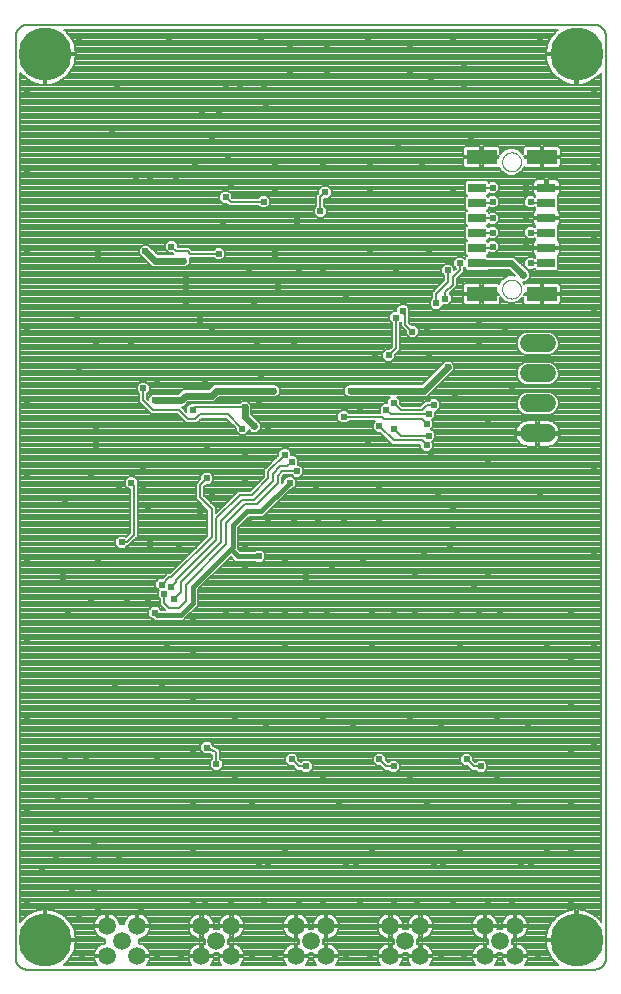
<source format=gbl>
G75*
%MOIN*%
%OFA0B0*%
%FSLAX25Y25*%
%IPPOS*%
%LPD*%
%AMOC8*
5,1,8,0,0,1.08239X$1,22.5*
%
%ADD10C,0.00500*%
%ADD11C,0.17717*%
%ADD12C,0.05906*%
%ADD13R,0.05906X0.03150*%
%ADD14R,0.09843X0.04724*%
%ADD15C,0.00000*%
%ADD16C,0.06000*%
%ADD17C,0.02381*%
%ADD18C,0.02400*%
%ADD19C,0.00787*%
%ADD20C,0.01600*%
D10*
X0010859Y0008937D02*
X0010859Y0316024D01*
X0010861Y0316148D01*
X0010867Y0316271D01*
X0010876Y0316395D01*
X0010890Y0316517D01*
X0010907Y0316640D01*
X0010929Y0316762D01*
X0010954Y0316883D01*
X0010983Y0317003D01*
X0011015Y0317122D01*
X0011052Y0317241D01*
X0011092Y0317358D01*
X0011135Y0317473D01*
X0011183Y0317588D01*
X0011234Y0317700D01*
X0011288Y0317811D01*
X0011346Y0317921D01*
X0011407Y0318028D01*
X0011472Y0318134D01*
X0011540Y0318237D01*
X0011611Y0318338D01*
X0011685Y0318437D01*
X0011762Y0318534D01*
X0011843Y0318628D01*
X0011926Y0318719D01*
X0012012Y0318808D01*
X0012101Y0318894D01*
X0012192Y0318977D01*
X0012286Y0319058D01*
X0012383Y0319135D01*
X0012482Y0319209D01*
X0012583Y0319280D01*
X0012686Y0319348D01*
X0012792Y0319413D01*
X0012899Y0319474D01*
X0013009Y0319532D01*
X0013120Y0319586D01*
X0013232Y0319637D01*
X0013347Y0319685D01*
X0013462Y0319728D01*
X0013579Y0319768D01*
X0013698Y0319805D01*
X0013817Y0319837D01*
X0013937Y0319866D01*
X0014058Y0319891D01*
X0014180Y0319913D01*
X0014303Y0319930D01*
X0014425Y0319944D01*
X0014549Y0319953D01*
X0014672Y0319959D01*
X0014796Y0319961D01*
X0203772Y0319961D01*
X0203896Y0319959D01*
X0204019Y0319953D01*
X0204143Y0319944D01*
X0204265Y0319930D01*
X0204388Y0319913D01*
X0204510Y0319891D01*
X0204631Y0319866D01*
X0204751Y0319837D01*
X0204870Y0319805D01*
X0204989Y0319768D01*
X0205106Y0319728D01*
X0205221Y0319685D01*
X0205336Y0319637D01*
X0205448Y0319586D01*
X0205559Y0319532D01*
X0205669Y0319474D01*
X0205776Y0319413D01*
X0205882Y0319348D01*
X0205985Y0319280D01*
X0206086Y0319209D01*
X0206185Y0319135D01*
X0206282Y0319058D01*
X0206376Y0318977D01*
X0206467Y0318894D01*
X0206556Y0318808D01*
X0206642Y0318719D01*
X0206725Y0318628D01*
X0206806Y0318534D01*
X0206883Y0318437D01*
X0206957Y0318338D01*
X0207028Y0318237D01*
X0207096Y0318134D01*
X0207161Y0318028D01*
X0207222Y0317921D01*
X0207280Y0317811D01*
X0207334Y0317700D01*
X0207385Y0317588D01*
X0207433Y0317473D01*
X0207476Y0317358D01*
X0207516Y0317241D01*
X0207553Y0317122D01*
X0207585Y0317003D01*
X0207614Y0316883D01*
X0207639Y0316762D01*
X0207661Y0316640D01*
X0207678Y0316517D01*
X0207692Y0316395D01*
X0207701Y0316271D01*
X0207707Y0316148D01*
X0207709Y0316024D01*
X0207709Y0008937D01*
X0207707Y0008813D01*
X0207701Y0008690D01*
X0207692Y0008566D01*
X0207678Y0008444D01*
X0207661Y0008321D01*
X0207639Y0008199D01*
X0207614Y0008078D01*
X0207585Y0007958D01*
X0207553Y0007839D01*
X0207516Y0007720D01*
X0207476Y0007603D01*
X0207433Y0007488D01*
X0207385Y0007373D01*
X0207334Y0007261D01*
X0207280Y0007150D01*
X0207222Y0007040D01*
X0207161Y0006933D01*
X0207096Y0006827D01*
X0207028Y0006724D01*
X0206957Y0006623D01*
X0206883Y0006524D01*
X0206806Y0006427D01*
X0206725Y0006333D01*
X0206642Y0006242D01*
X0206556Y0006153D01*
X0206467Y0006067D01*
X0206376Y0005984D01*
X0206282Y0005903D01*
X0206185Y0005826D01*
X0206086Y0005752D01*
X0205985Y0005681D01*
X0205882Y0005613D01*
X0205776Y0005548D01*
X0205669Y0005487D01*
X0205559Y0005429D01*
X0205448Y0005375D01*
X0205336Y0005324D01*
X0205221Y0005276D01*
X0205106Y0005233D01*
X0204989Y0005193D01*
X0204870Y0005156D01*
X0204751Y0005124D01*
X0204631Y0005095D01*
X0204510Y0005070D01*
X0204388Y0005048D01*
X0204265Y0005031D01*
X0204143Y0005017D01*
X0204019Y0005008D01*
X0203896Y0005002D01*
X0203772Y0005000D01*
X0014796Y0005000D01*
X0014672Y0005002D01*
X0014549Y0005008D01*
X0014425Y0005017D01*
X0014303Y0005031D01*
X0014180Y0005048D01*
X0014058Y0005070D01*
X0013937Y0005095D01*
X0013817Y0005124D01*
X0013698Y0005156D01*
X0013579Y0005193D01*
X0013462Y0005233D01*
X0013347Y0005276D01*
X0013232Y0005324D01*
X0013120Y0005375D01*
X0013009Y0005429D01*
X0012899Y0005487D01*
X0012792Y0005548D01*
X0012686Y0005613D01*
X0012583Y0005681D01*
X0012482Y0005752D01*
X0012383Y0005826D01*
X0012286Y0005903D01*
X0012192Y0005984D01*
X0012101Y0006067D01*
X0012012Y0006153D01*
X0011926Y0006242D01*
X0011843Y0006333D01*
X0011762Y0006427D01*
X0011685Y0006524D01*
X0011611Y0006623D01*
X0011540Y0006724D01*
X0011472Y0006827D01*
X0011407Y0006933D01*
X0011346Y0007040D01*
X0011288Y0007150D01*
X0011234Y0007261D01*
X0011183Y0007373D01*
X0011135Y0007488D01*
X0011092Y0007603D01*
X0011052Y0007720D01*
X0011015Y0007839D01*
X0010983Y0007958D01*
X0010954Y0008078D01*
X0010929Y0008199D01*
X0010907Y0008321D01*
X0010890Y0008444D01*
X0010876Y0008566D01*
X0010867Y0008690D01*
X0010861Y0008813D01*
X0010859Y0008937D01*
D11*
X0020701Y0014843D03*
X0197867Y0014843D03*
X0197867Y0310118D03*
X0020701Y0310118D03*
D12*
X0041292Y0019449D03*
X0046292Y0014449D03*
X0041292Y0009449D03*
X0051292Y0009449D03*
X0051292Y0019449D03*
X0072788Y0019449D03*
X0077788Y0014449D03*
X0082788Y0019449D03*
X0082788Y0009449D03*
X0072788Y0009449D03*
X0104284Y0009449D03*
X0109284Y0014449D03*
X0114284Y0019449D03*
X0114284Y0009449D03*
X0104284Y0019449D03*
X0135780Y0019449D03*
X0140780Y0014449D03*
X0145780Y0019449D03*
X0145780Y0009449D03*
X0135780Y0009449D03*
X0167276Y0009449D03*
X0172276Y0014449D03*
X0167276Y0019449D03*
X0177276Y0019449D03*
X0177276Y0009449D03*
D13*
X0187827Y0240492D03*
X0187827Y0245492D03*
X0187827Y0250492D03*
X0187827Y0255492D03*
X0187827Y0260492D03*
X0187827Y0265492D03*
X0164599Y0265492D03*
X0164599Y0260492D03*
X0164599Y0255492D03*
X0164599Y0250492D03*
X0164599Y0245492D03*
X0164599Y0240492D03*
D14*
X0166174Y0230197D03*
X0186252Y0230197D03*
X0186252Y0275866D03*
X0166174Y0275866D03*
D15*
X0173063Y0274232D02*
X0173065Y0274344D01*
X0173071Y0274455D01*
X0173081Y0274567D01*
X0173095Y0274678D01*
X0173112Y0274788D01*
X0173134Y0274898D01*
X0173160Y0275007D01*
X0173189Y0275115D01*
X0173222Y0275221D01*
X0173259Y0275327D01*
X0173300Y0275431D01*
X0173345Y0275534D01*
X0173393Y0275635D01*
X0173444Y0275734D01*
X0173499Y0275831D01*
X0173558Y0275926D01*
X0173619Y0276020D01*
X0173684Y0276111D01*
X0173753Y0276199D01*
X0173824Y0276285D01*
X0173898Y0276369D01*
X0173976Y0276449D01*
X0174056Y0276527D01*
X0174139Y0276603D01*
X0174224Y0276675D01*
X0174312Y0276744D01*
X0174402Y0276810D01*
X0174495Y0276872D01*
X0174590Y0276932D01*
X0174687Y0276988D01*
X0174785Y0277040D01*
X0174886Y0277089D01*
X0174988Y0277134D01*
X0175092Y0277176D01*
X0175197Y0277214D01*
X0175304Y0277248D01*
X0175411Y0277278D01*
X0175520Y0277305D01*
X0175629Y0277327D01*
X0175740Y0277346D01*
X0175850Y0277361D01*
X0175962Y0277372D01*
X0176073Y0277379D01*
X0176185Y0277382D01*
X0176297Y0277381D01*
X0176409Y0277376D01*
X0176520Y0277367D01*
X0176631Y0277354D01*
X0176742Y0277337D01*
X0176852Y0277317D01*
X0176961Y0277292D01*
X0177069Y0277264D01*
X0177176Y0277231D01*
X0177282Y0277195D01*
X0177386Y0277155D01*
X0177489Y0277112D01*
X0177591Y0277065D01*
X0177690Y0277014D01*
X0177788Y0276960D01*
X0177884Y0276902D01*
X0177978Y0276841D01*
X0178069Y0276777D01*
X0178158Y0276710D01*
X0178245Y0276639D01*
X0178329Y0276565D01*
X0178411Y0276489D01*
X0178489Y0276409D01*
X0178565Y0276327D01*
X0178638Y0276242D01*
X0178708Y0276155D01*
X0178774Y0276065D01*
X0178838Y0275973D01*
X0178898Y0275879D01*
X0178955Y0275783D01*
X0179008Y0275684D01*
X0179058Y0275584D01*
X0179104Y0275483D01*
X0179147Y0275379D01*
X0179186Y0275274D01*
X0179221Y0275168D01*
X0179252Y0275061D01*
X0179280Y0274952D01*
X0179303Y0274843D01*
X0179323Y0274733D01*
X0179339Y0274622D01*
X0179351Y0274511D01*
X0179359Y0274400D01*
X0179363Y0274288D01*
X0179363Y0274176D01*
X0179359Y0274064D01*
X0179351Y0273953D01*
X0179339Y0273842D01*
X0179323Y0273731D01*
X0179303Y0273621D01*
X0179280Y0273512D01*
X0179252Y0273403D01*
X0179221Y0273296D01*
X0179186Y0273190D01*
X0179147Y0273085D01*
X0179104Y0272981D01*
X0179058Y0272880D01*
X0179008Y0272780D01*
X0178955Y0272681D01*
X0178898Y0272585D01*
X0178838Y0272491D01*
X0178774Y0272399D01*
X0178708Y0272309D01*
X0178638Y0272222D01*
X0178565Y0272137D01*
X0178489Y0272055D01*
X0178411Y0271975D01*
X0178329Y0271899D01*
X0178245Y0271825D01*
X0178158Y0271754D01*
X0178069Y0271687D01*
X0177978Y0271623D01*
X0177884Y0271562D01*
X0177788Y0271504D01*
X0177690Y0271450D01*
X0177591Y0271399D01*
X0177489Y0271352D01*
X0177386Y0271309D01*
X0177282Y0271269D01*
X0177176Y0271233D01*
X0177069Y0271200D01*
X0176961Y0271172D01*
X0176852Y0271147D01*
X0176742Y0271127D01*
X0176631Y0271110D01*
X0176520Y0271097D01*
X0176409Y0271088D01*
X0176297Y0271083D01*
X0176185Y0271082D01*
X0176073Y0271085D01*
X0175962Y0271092D01*
X0175850Y0271103D01*
X0175740Y0271118D01*
X0175629Y0271137D01*
X0175520Y0271159D01*
X0175411Y0271186D01*
X0175304Y0271216D01*
X0175197Y0271250D01*
X0175092Y0271288D01*
X0174988Y0271330D01*
X0174886Y0271375D01*
X0174785Y0271424D01*
X0174687Y0271476D01*
X0174590Y0271532D01*
X0174495Y0271592D01*
X0174402Y0271654D01*
X0174312Y0271720D01*
X0174224Y0271789D01*
X0174139Y0271861D01*
X0174056Y0271937D01*
X0173976Y0272015D01*
X0173898Y0272095D01*
X0173824Y0272179D01*
X0173753Y0272265D01*
X0173684Y0272353D01*
X0173619Y0272444D01*
X0173558Y0272538D01*
X0173499Y0272633D01*
X0173444Y0272730D01*
X0173393Y0272829D01*
X0173345Y0272930D01*
X0173300Y0273033D01*
X0173259Y0273137D01*
X0173222Y0273243D01*
X0173189Y0273349D01*
X0173160Y0273457D01*
X0173134Y0273566D01*
X0173112Y0273676D01*
X0173095Y0273786D01*
X0173081Y0273897D01*
X0173071Y0274009D01*
X0173065Y0274120D01*
X0173063Y0274232D01*
X0173065Y0274344D01*
X0173071Y0274455D01*
X0173081Y0274567D01*
X0173095Y0274678D01*
X0173112Y0274788D01*
X0173134Y0274898D01*
X0173160Y0275007D01*
X0173189Y0275115D01*
X0173222Y0275221D01*
X0173259Y0275327D01*
X0173300Y0275431D01*
X0173345Y0275534D01*
X0173393Y0275635D01*
X0173444Y0275734D01*
X0173499Y0275831D01*
X0173558Y0275926D01*
X0173619Y0276020D01*
X0173684Y0276111D01*
X0173753Y0276199D01*
X0173824Y0276285D01*
X0173898Y0276369D01*
X0173976Y0276449D01*
X0174056Y0276527D01*
X0174139Y0276603D01*
X0174224Y0276675D01*
X0174312Y0276744D01*
X0174402Y0276810D01*
X0174495Y0276872D01*
X0174590Y0276932D01*
X0174687Y0276988D01*
X0174785Y0277040D01*
X0174886Y0277089D01*
X0174988Y0277134D01*
X0175092Y0277176D01*
X0175197Y0277214D01*
X0175304Y0277248D01*
X0175411Y0277278D01*
X0175520Y0277305D01*
X0175629Y0277327D01*
X0175740Y0277346D01*
X0175850Y0277361D01*
X0175962Y0277372D01*
X0176073Y0277379D01*
X0176185Y0277382D01*
X0176297Y0277381D01*
X0176409Y0277376D01*
X0176520Y0277367D01*
X0176631Y0277354D01*
X0176742Y0277337D01*
X0176852Y0277317D01*
X0176961Y0277292D01*
X0177069Y0277264D01*
X0177176Y0277231D01*
X0177282Y0277195D01*
X0177386Y0277155D01*
X0177489Y0277112D01*
X0177591Y0277065D01*
X0177690Y0277014D01*
X0177788Y0276960D01*
X0177884Y0276902D01*
X0177978Y0276841D01*
X0178069Y0276777D01*
X0178158Y0276710D01*
X0178245Y0276639D01*
X0178329Y0276565D01*
X0178411Y0276489D01*
X0178489Y0276409D01*
X0178565Y0276327D01*
X0178638Y0276242D01*
X0178708Y0276155D01*
X0178774Y0276065D01*
X0178838Y0275973D01*
X0178898Y0275879D01*
X0178955Y0275783D01*
X0179008Y0275684D01*
X0179058Y0275584D01*
X0179104Y0275483D01*
X0179147Y0275379D01*
X0179186Y0275274D01*
X0179221Y0275168D01*
X0179252Y0275061D01*
X0179280Y0274952D01*
X0179303Y0274843D01*
X0179323Y0274733D01*
X0179339Y0274622D01*
X0179351Y0274511D01*
X0179359Y0274400D01*
X0179363Y0274288D01*
X0179363Y0274176D01*
X0179359Y0274064D01*
X0179351Y0273953D01*
X0179339Y0273842D01*
X0179323Y0273731D01*
X0179303Y0273621D01*
X0179280Y0273512D01*
X0179252Y0273403D01*
X0179221Y0273296D01*
X0179186Y0273190D01*
X0179147Y0273085D01*
X0179104Y0272981D01*
X0179058Y0272880D01*
X0179008Y0272780D01*
X0178955Y0272681D01*
X0178898Y0272585D01*
X0178838Y0272491D01*
X0178774Y0272399D01*
X0178708Y0272309D01*
X0178638Y0272222D01*
X0178565Y0272137D01*
X0178489Y0272055D01*
X0178411Y0271975D01*
X0178329Y0271899D01*
X0178245Y0271825D01*
X0178158Y0271754D01*
X0178069Y0271687D01*
X0177978Y0271623D01*
X0177884Y0271562D01*
X0177788Y0271504D01*
X0177690Y0271450D01*
X0177591Y0271399D01*
X0177489Y0271352D01*
X0177386Y0271309D01*
X0177282Y0271269D01*
X0177176Y0271233D01*
X0177069Y0271200D01*
X0176961Y0271172D01*
X0176852Y0271147D01*
X0176742Y0271127D01*
X0176631Y0271110D01*
X0176520Y0271097D01*
X0176409Y0271088D01*
X0176297Y0271083D01*
X0176185Y0271082D01*
X0176073Y0271085D01*
X0175962Y0271092D01*
X0175850Y0271103D01*
X0175740Y0271118D01*
X0175629Y0271137D01*
X0175520Y0271159D01*
X0175411Y0271186D01*
X0175304Y0271216D01*
X0175197Y0271250D01*
X0175092Y0271288D01*
X0174988Y0271330D01*
X0174886Y0271375D01*
X0174785Y0271424D01*
X0174687Y0271476D01*
X0174590Y0271532D01*
X0174495Y0271592D01*
X0174402Y0271654D01*
X0174312Y0271720D01*
X0174224Y0271789D01*
X0174139Y0271861D01*
X0174056Y0271937D01*
X0173976Y0272015D01*
X0173898Y0272095D01*
X0173824Y0272179D01*
X0173753Y0272265D01*
X0173684Y0272353D01*
X0173619Y0272444D01*
X0173558Y0272538D01*
X0173499Y0272633D01*
X0173444Y0272730D01*
X0173393Y0272829D01*
X0173345Y0272930D01*
X0173300Y0273033D01*
X0173259Y0273137D01*
X0173222Y0273243D01*
X0173189Y0273349D01*
X0173160Y0273457D01*
X0173134Y0273566D01*
X0173112Y0273676D01*
X0173095Y0273786D01*
X0173081Y0273897D01*
X0173071Y0274009D01*
X0173065Y0274120D01*
X0173063Y0274232D01*
X0173063Y0231831D02*
X0173065Y0231943D01*
X0173071Y0232054D01*
X0173081Y0232166D01*
X0173095Y0232277D01*
X0173112Y0232387D01*
X0173134Y0232497D01*
X0173160Y0232606D01*
X0173189Y0232714D01*
X0173222Y0232820D01*
X0173259Y0232926D01*
X0173300Y0233030D01*
X0173345Y0233133D01*
X0173393Y0233234D01*
X0173444Y0233333D01*
X0173499Y0233430D01*
X0173558Y0233525D01*
X0173619Y0233619D01*
X0173684Y0233710D01*
X0173753Y0233798D01*
X0173824Y0233884D01*
X0173898Y0233968D01*
X0173976Y0234048D01*
X0174056Y0234126D01*
X0174139Y0234202D01*
X0174224Y0234274D01*
X0174312Y0234343D01*
X0174402Y0234409D01*
X0174495Y0234471D01*
X0174590Y0234531D01*
X0174687Y0234587D01*
X0174785Y0234639D01*
X0174886Y0234688D01*
X0174988Y0234733D01*
X0175092Y0234775D01*
X0175197Y0234813D01*
X0175304Y0234847D01*
X0175411Y0234877D01*
X0175520Y0234904D01*
X0175629Y0234926D01*
X0175740Y0234945D01*
X0175850Y0234960D01*
X0175962Y0234971D01*
X0176073Y0234978D01*
X0176185Y0234981D01*
X0176297Y0234980D01*
X0176409Y0234975D01*
X0176520Y0234966D01*
X0176631Y0234953D01*
X0176742Y0234936D01*
X0176852Y0234916D01*
X0176961Y0234891D01*
X0177069Y0234863D01*
X0177176Y0234830D01*
X0177282Y0234794D01*
X0177386Y0234754D01*
X0177489Y0234711D01*
X0177591Y0234664D01*
X0177690Y0234613D01*
X0177788Y0234559D01*
X0177884Y0234501D01*
X0177978Y0234440D01*
X0178069Y0234376D01*
X0178158Y0234309D01*
X0178245Y0234238D01*
X0178329Y0234164D01*
X0178411Y0234088D01*
X0178489Y0234008D01*
X0178565Y0233926D01*
X0178638Y0233841D01*
X0178708Y0233754D01*
X0178774Y0233664D01*
X0178838Y0233572D01*
X0178898Y0233478D01*
X0178955Y0233382D01*
X0179008Y0233283D01*
X0179058Y0233183D01*
X0179104Y0233082D01*
X0179147Y0232978D01*
X0179186Y0232873D01*
X0179221Y0232767D01*
X0179252Y0232660D01*
X0179280Y0232551D01*
X0179303Y0232442D01*
X0179323Y0232332D01*
X0179339Y0232221D01*
X0179351Y0232110D01*
X0179359Y0231999D01*
X0179363Y0231887D01*
X0179363Y0231775D01*
X0179359Y0231663D01*
X0179351Y0231552D01*
X0179339Y0231441D01*
X0179323Y0231330D01*
X0179303Y0231220D01*
X0179280Y0231111D01*
X0179252Y0231002D01*
X0179221Y0230895D01*
X0179186Y0230789D01*
X0179147Y0230684D01*
X0179104Y0230580D01*
X0179058Y0230479D01*
X0179008Y0230379D01*
X0178955Y0230280D01*
X0178898Y0230184D01*
X0178838Y0230090D01*
X0178774Y0229998D01*
X0178708Y0229908D01*
X0178638Y0229821D01*
X0178565Y0229736D01*
X0178489Y0229654D01*
X0178411Y0229574D01*
X0178329Y0229498D01*
X0178245Y0229424D01*
X0178158Y0229353D01*
X0178069Y0229286D01*
X0177978Y0229222D01*
X0177884Y0229161D01*
X0177788Y0229103D01*
X0177690Y0229049D01*
X0177591Y0228998D01*
X0177489Y0228951D01*
X0177386Y0228908D01*
X0177282Y0228868D01*
X0177176Y0228832D01*
X0177069Y0228799D01*
X0176961Y0228771D01*
X0176852Y0228746D01*
X0176742Y0228726D01*
X0176631Y0228709D01*
X0176520Y0228696D01*
X0176409Y0228687D01*
X0176297Y0228682D01*
X0176185Y0228681D01*
X0176073Y0228684D01*
X0175962Y0228691D01*
X0175850Y0228702D01*
X0175740Y0228717D01*
X0175629Y0228736D01*
X0175520Y0228758D01*
X0175411Y0228785D01*
X0175304Y0228815D01*
X0175197Y0228849D01*
X0175092Y0228887D01*
X0174988Y0228929D01*
X0174886Y0228974D01*
X0174785Y0229023D01*
X0174687Y0229075D01*
X0174590Y0229131D01*
X0174495Y0229191D01*
X0174402Y0229253D01*
X0174312Y0229319D01*
X0174224Y0229388D01*
X0174139Y0229460D01*
X0174056Y0229536D01*
X0173976Y0229614D01*
X0173898Y0229694D01*
X0173824Y0229778D01*
X0173753Y0229864D01*
X0173684Y0229952D01*
X0173619Y0230043D01*
X0173558Y0230137D01*
X0173499Y0230232D01*
X0173444Y0230329D01*
X0173393Y0230428D01*
X0173345Y0230529D01*
X0173300Y0230632D01*
X0173259Y0230736D01*
X0173222Y0230842D01*
X0173189Y0230948D01*
X0173160Y0231056D01*
X0173134Y0231165D01*
X0173112Y0231275D01*
X0173095Y0231385D01*
X0173081Y0231496D01*
X0173071Y0231608D01*
X0173065Y0231719D01*
X0173063Y0231831D01*
X0173065Y0231943D01*
X0173071Y0232054D01*
X0173081Y0232166D01*
X0173095Y0232277D01*
X0173112Y0232387D01*
X0173134Y0232497D01*
X0173160Y0232606D01*
X0173189Y0232714D01*
X0173222Y0232820D01*
X0173259Y0232926D01*
X0173300Y0233030D01*
X0173345Y0233133D01*
X0173393Y0233234D01*
X0173444Y0233333D01*
X0173499Y0233430D01*
X0173558Y0233525D01*
X0173619Y0233619D01*
X0173684Y0233710D01*
X0173753Y0233798D01*
X0173824Y0233884D01*
X0173898Y0233968D01*
X0173976Y0234048D01*
X0174056Y0234126D01*
X0174139Y0234202D01*
X0174224Y0234274D01*
X0174312Y0234343D01*
X0174402Y0234409D01*
X0174495Y0234471D01*
X0174590Y0234531D01*
X0174687Y0234587D01*
X0174785Y0234639D01*
X0174886Y0234688D01*
X0174988Y0234733D01*
X0175092Y0234775D01*
X0175197Y0234813D01*
X0175304Y0234847D01*
X0175411Y0234877D01*
X0175520Y0234904D01*
X0175629Y0234926D01*
X0175740Y0234945D01*
X0175850Y0234960D01*
X0175962Y0234971D01*
X0176073Y0234978D01*
X0176185Y0234981D01*
X0176297Y0234980D01*
X0176409Y0234975D01*
X0176520Y0234966D01*
X0176631Y0234953D01*
X0176742Y0234936D01*
X0176852Y0234916D01*
X0176961Y0234891D01*
X0177069Y0234863D01*
X0177176Y0234830D01*
X0177282Y0234794D01*
X0177386Y0234754D01*
X0177489Y0234711D01*
X0177591Y0234664D01*
X0177690Y0234613D01*
X0177788Y0234559D01*
X0177884Y0234501D01*
X0177978Y0234440D01*
X0178069Y0234376D01*
X0178158Y0234309D01*
X0178245Y0234238D01*
X0178329Y0234164D01*
X0178411Y0234088D01*
X0178489Y0234008D01*
X0178565Y0233926D01*
X0178638Y0233841D01*
X0178708Y0233754D01*
X0178774Y0233664D01*
X0178838Y0233572D01*
X0178898Y0233478D01*
X0178955Y0233382D01*
X0179008Y0233283D01*
X0179058Y0233183D01*
X0179104Y0233082D01*
X0179147Y0232978D01*
X0179186Y0232873D01*
X0179221Y0232767D01*
X0179252Y0232660D01*
X0179280Y0232551D01*
X0179303Y0232442D01*
X0179323Y0232332D01*
X0179339Y0232221D01*
X0179351Y0232110D01*
X0179359Y0231999D01*
X0179363Y0231887D01*
X0179363Y0231775D01*
X0179359Y0231663D01*
X0179351Y0231552D01*
X0179339Y0231441D01*
X0179323Y0231330D01*
X0179303Y0231220D01*
X0179280Y0231111D01*
X0179252Y0231002D01*
X0179221Y0230895D01*
X0179186Y0230789D01*
X0179147Y0230684D01*
X0179104Y0230580D01*
X0179058Y0230479D01*
X0179008Y0230379D01*
X0178955Y0230280D01*
X0178898Y0230184D01*
X0178838Y0230090D01*
X0178774Y0229998D01*
X0178708Y0229908D01*
X0178638Y0229821D01*
X0178565Y0229736D01*
X0178489Y0229654D01*
X0178411Y0229574D01*
X0178329Y0229498D01*
X0178245Y0229424D01*
X0178158Y0229353D01*
X0178069Y0229286D01*
X0177978Y0229222D01*
X0177884Y0229161D01*
X0177788Y0229103D01*
X0177690Y0229049D01*
X0177591Y0228998D01*
X0177489Y0228951D01*
X0177386Y0228908D01*
X0177282Y0228868D01*
X0177176Y0228832D01*
X0177069Y0228799D01*
X0176961Y0228771D01*
X0176852Y0228746D01*
X0176742Y0228726D01*
X0176631Y0228709D01*
X0176520Y0228696D01*
X0176409Y0228687D01*
X0176297Y0228682D01*
X0176185Y0228681D01*
X0176073Y0228684D01*
X0175962Y0228691D01*
X0175850Y0228702D01*
X0175740Y0228717D01*
X0175629Y0228736D01*
X0175520Y0228758D01*
X0175411Y0228785D01*
X0175304Y0228815D01*
X0175197Y0228849D01*
X0175092Y0228887D01*
X0174988Y0228929D01*
X0174886Y0228974D01*
X0174785Y0229023D01*
X0174687Y0229075D01*
X0174590Y0229131D01*
X0174495Y0229191D01*
X0174402Y0229253D01*
X0174312Y0229319D01*
X0174224Y0229388D01*
X0174139Y0229460D01*
X0174056Y0229536D01*
X0173976Y0229614D01*
X0173898Y0229694D01*
X0173824Y0229778D01*
X0173753Y0229864D01*
X0173684Y0229952D01*
X0173619Y0230043D01*
X0173558Y0230137D01*
X0173499Y0230232D01*
X0173444Y0230329D01*
X0173393Y0230428D01*
X0173345Y0230529D01*
X0173300Y0230632D01*
X0173259Y0230736D01*
X0173222Y0230842D01*
X0173189Y0230948D01*
X0173160Y0231056D01*
X0173134Y0231165D01*
X0173112Y0231275D01*
X0173095Y0231385D01*
X0173081Y0231496D01*
X0173071Y0231608D01*
X0173065Y0231719D01*
X0173063Y0231831D01*
D16*
X0181875Y0213701D02*
X0187875Y0213701D01*
X0187875Y0203701D02*
X0181875Y0203701D01*
X0181875Y0193701D02*
X0187875Y0193701D01*
X0187875Y0183701D02*
X0181875Y0183701D01*
D17*
X0176213Y0198701D03*
X0168339Y0187677D03*
X0168339Y0173504D03*
X0156528Y0159331D03*
X0156528Y0153031D03*
X0155741Y0145945D03*
X0147079Y0143583D03*
X0143930Y0136496D03*
X0143930Y0124685D03*
X0136843Y0124685D03*
X0129756Y0124685D03*
X0129756Y0112087D03*
X0142355Y0088465D03*
X0132119Y0075079D03*
X0136843Y0072717D03*
X0142355Y0069567D03*
X0147867Y0060906D03*
X0158890Y0045157D03*
X0153378Y0040433D03*
X0150229Y0040433D03*
X0144717Y0027047D03*
X0136843Y0027047D03*
X0125819Y0027047D03*
X0124245Y0040433D03*
X0121095Y0040433D03*
X0113221Y0027047D03*
X0105347Y0027047D03*
X0095111Y0040433D03*
X0091961Y0040433D03*
X0100623Y0045157D03*
X0089599Y0060906D03*
X0084087Y0069567D03*
X0077788Y0073504D03*
X0074638Y0079016D03*
X0069914Y0077441D03*
X0058103Y0075079D03*
X0050229Y0063268D03*
X0036843Y0054606D03*
X0036843Y0047520D03*
X0036843Y0042008D03*
X0036843Y0030984D03*
X0038418Y0024685D03*
X0032119Y0023110D03*
X0029756Y0030984D03*
X0024245Y0032559D03*
X0019520Y0038071D03*
X0024245Y0042795D03*
X0024245Y0051457D03*
X0019520Y0056969D03*
X0025032Y0062480D03*
X0027394Y0075079D03*
X0034481Y0075079D03*
X0036056Y0062480D03*
X0045504Y0042008D03*
X0052591Y0030197D03*
X0052591Y0024685D03*
X0058103Y0008937D03*
X0065977Y0008937D03*
X0069914Y0027047D03*
X0073851Y0027047D03*
X0082512Y0027047D03*
X0093536Y0027047D03*
X0097473Y0008937D03*
X0089599Y0008937D03*
X0069914Y0044370D03*
X0069914Y0060906D03*
X0054953Y0043583D03*
X0032906Y0008937D03*
X0014796Y0027835D03*
X0014796Y0058543D03*
X0014796Y0088465D03*
X0014796Y0115236D03*
X0026607Y0135709D03*
X0036056Y0127835D03*
X0028182Y0123110D03*
X0028182Y0116024D03*
X0043930Y0099488D03*
X0047867Y0116024D03*
X0054953Y0127047D03*
X0057315Y0123898D03*
X0060465Y0130197D03*
X0059678Y0133346D03*
X0062827Y0132559D03*
X0063615Y0128622D03*
X0069914Y0120748D03*
X0069914Y0110512D03*
X0061252Y0113661D03*
X0059678Y0100276D03*
X0069914Y0095551D03*
X0084087Y0088465D03*
X0094323Y0086890D03*
X0102985Y0075079D03*
X0107709Y0072717D03*
X0113221Y0069567D03*
X0118733Y0060906D03*
X0129756Y0045157D03*
X0128969Y0008937D03*
X0121095Y0008937D03*
X0152591Y0008937D03*
X0160465Y0008937D03*
X0156528Y0027047D03*
X0168339Y0027047D03*
X0176213Y0027047D03*
X0179363Y0040433D03*
X0182512Y0040433D03*
X0188024Y0045157D03*
X0195898Y0044370D03*
X0203772Y0052244D03*
X0195898Y0060906D03*
X0195898Y0077441D03*
X0203772Y0080591D03*
X0195898Y0092402D03*
X0195898Y0108150D03*
X0203772Y0113661D03*
X0195898Y0124685D03*
X0188024Y0112087D03*
X0172276Y0124685D03*
X0165189Y0124685D03*
X0163615Y0132559D03*
X0158103Y0124685D03*
X0158890Y0112087D03*
X0171489Y0088465D03*
X0181725Y0086890D03*
X0171489Y0069567D03*
X0165977Y0072717D03*
X0161252Y0075079D03*
X0152591Y0086890D03*
X0177000Y0060906D03*
X0195898Y0027047D03*
X0203772Y0026260D03*
X0184875Y0008937D03*
X0123457Y0086890D03*
X0113221Y0088465D03*
X0100623Y0112087D03*
X0100623Y0124685D03*
X0094323Y0124685D03*
X0088024Y0124685D03*
X0080938Y0124685D03*
X0087237Y0138858D03*
X0091961Y0142795D03*
X0087237Y0145945D03*
X0088812Y0153819D03*
X0095111Y0154606D03*
X0103772Y0154606D03*
X0111646Y0154606D03*
X0120308Y0154606D03*
X0126607Y0141220D03*
X0132119Y0154606D03*
X0132119Y0166417D03*
X0128182Y0180591D03*
X0132119Y0186102D03*
X0134481Y0191614D03*
X0136843Y0193976D03*
X0136843Y0185315D03*
X0147867Y0186890D03*
X0148654Y0190039D03*
X0150229Y0193189D03*
X0157315Y0197126D03*
X0154953Y0205787D03*
X0148654Y0209724D03*
X0143142Y0217598D03*
X0147867Y0219173D03*
X0151016Y0227047D03*
X0154166Y0228622D03*
X0154953Y0238071D03*
X0158890Y0240433D03*
X0163615Y0230197D03*
X0169126Y0230197D03*
X0168339Y0240433D03*
X0169914Y0245945D03*
X0169914Y0250669D03*
X0169914Y0255394D03*
X0169914Y0260906D03*
X0169914Y0265630D03*
X0169126Y0275866D03*
X0163615Y0275866D03*
X0162827Y0281378D03*
X0160465Y0298701D03*
X0160465Y0305787D03*
X0156528Y0316024D03*
X0149441Y0302638D03*
X0142355Y0305000D03*
X0142355Y0312874D03*
X0128182Y0316024D03*
X0114796Y0312874D03*
X0114796Y0305000D03*
X0102197Y0304213D03*
X0102197Y0312874D03*
X0092749Y0316024D03*
X0093536Y0299488D03*
X0094323Y0293189D03*
X0085662Y0299488D03*
X0080938Y0299488D03*
X0078575Y0290827D03*
X0073063Y0290827D03*
X0076213Y0281378D03*
X0081725Y0275079D03*
X0082512Y0266417D03*
X0080938Y0262480D03*
X0080150Y0253031D03*
X0078575Y0243583D03*
X0088812Y0237283D03*
X0090386Y0227835D03*
X0098260Y0232559D03*
X0105347Y0238071D03*
X0113221Y0238071D03*
X0121095Y0229409D03*
X0128969Y0245157D03*
X0137630Y0238071D03*
X0148654Y0245157D03*
X0156528Y0264843D03*
X0146292Y0272717D03*
X0138418Y0279016D03*
X0128969Y0274291D03*
X0128969Y0264055D03*
X0114008Y0264055D03*
X0112434Y0257756D03*
X0104560Y0254606D03*
X0097473Y0264055D03*
X0093536Y0260906D03*
X0097473Y0274291D03*
X0113221Y0274291D03*
X0097473Y0243583D03*
X0091174Y0214449D03*
X0092749Y0203425D03*
X0096686Y0197913D03*
X0091961Y0193189D03*
X0087237Y0192402D03*
X0090386Y0186102D03*
X0086449Y0185315D03*
X0087237Y0176654D03*
X0087237Y0167205D03*
X0095111Y0184528D03*
X0100623Y0176654D03*
X0102985Y0174291D03*
X0104560Y0171142D03*
X0102197Y0167205D03*
X0110859Y0166417D03*
X0120308Y0189252D03*
X0122670Y0197913D03*
X0125819Y0192402D03*
X0130544Y0209724D03*
X0135268Y0209724D03*
X0137630Y0222323D03*
X0139993Y0224685D03*
X0165189Y0219961D03*
X0165189Y0214449D03*
X0173851Y0218386D03*
X0183300Y0230197D03*
X0188812Y0230197D03*
X0182512Y0240433D03*
X0180150Y0236496D03*
X0180937Y0245945D03*
X0182512Y0250669D03*
X0180937Y0255394D03*
X0182512Y0260906D03*
X0180937Y0265630D03*
X0183300Y0275866D03*
X0188812Y0275866D03*
X0203772Y0273504D03*
X0203772Y0249882D03*
X0203772Y0224685D03*
X0203772Y0198701D03*
X0203772Y0171929D03*
X0185662Y0163268D03*
X0203772Y0143583D03*
X0168339Y0137283D03*
X0151804Y0164055D03*
X0149441Y0176654D03*
X0147867Y0179803D03*
X0148654Y0182953D03*
X0116371Y0138071D03*
X0107709Y0135709D03*
X0100623Y0142008D03*
X0107709Y0124685D03*
X0114796Y0124685D03*
X0076213Y0164055D03*
X0074638Y0168780D03*
X0074638Y0179016D03*
X0069914Y0191614D03*
X0073851Y0201063D03*
X0076213Y0219173D03*
X0072276Y0221535D03*
X0067552Y0226260D03*
X0067552Y0232559D03*
X0067552Y0236496D03*
X0066764Y0241220D03*
X0062827Y0245945D03*
X0054166Y0244370D03*
X0038418Y0243583D03*
X0031331Y0223110D03*
X0037630Y0213661D03*
X0032119Y0205787D03*
X0037630Y0186102D03*
X0037630Y0179803D03*
X0036056Y0169567D03*
X0027394Y0160118D03*
X0014796Y0169567D03*
X0014796Y0193189D03*
X0014796Y0217598D03*
X0014796Y0244370D03*
X0014796Y0271142D03*
X0014796Y0297913D03*
X0032119Y0316024D03*
X0044717Y0299488D03*
X0043142Y0283740D03*
X0051016Y0269567D03*
X0055741Y0269567D03*
X0064402Y0269567D03*
X0070701Y0272717D03*
X0062040Y0316024D03*
X0049441Y0213661D03*
X0058103Y0200276D03*
X0053378Y0198701D03*
X0057315Y0194764D03*
X0053378Y0171929D03*
X0049441Y0167205D03*
X0053378Y0165630D03*
X0054953Y0159331D03*
X0055741Y0146732D03*
X0065189Y0145157D03*
X0072276Y0157756D03*
X0047867Y0128622D03*
X0038418Y0141220D03*
X0046292Y0147520D03*
X0045504Y0164843D03*
X0014796Y0141220D03*
X0103772Y0213661D03*
X0185662Y0316024D03*
X0203772Y0297913D03*
D18*
X0176154Y0240492D02*
X0168280Y0240492D01*
X0168339Y0240433D01*
X0168280Y0240492D02*
X0164599Y0240492D01*
X0176154Y0240492D02*
X0180150Y0236496D01*
X0154953Y0205787D02*
X0147079Y0197913D01*
X0122670Y0197913D01*
X0096686Y0197913D02*
X0077788Y0197913D01*
X0076213Y0196339D01*
X0067552Y0196339D01*
X0065977Y0194764D01*
X0057315Y0194764D01*
X0087237Y0192402D02*
X0087237Y0189252D01*
X0090386Y0186102D01*
X0066764Y0241220D02*
X0057315Y0241220D01*
X0054166Y0244370D01*
D19*
X0051982Y0244703D02*
X0012502Y0244703D01*
X0012502Y0243918D02*
X0051982Y0243918D01*
X0051982Y0243465D02*
X0056411Y0239036D01*
X0067669Y0239036D01*
X0068949Y0240316D01*
X0068949Y0242125D01*
X0068869Y0242205D01*
X0076878Y0242205D01*
X0077674Y0241408D01*
X0079476Y0241408D01*
X0080750Y0242682D01*
X0080750Y0244484D01*
X0079476Y0245757D01*
X0077674Y0245757D01*
X0076878Y0244961D01*
X0069697Y0244961D01*
X0068910Y0245748D01*
X0065002Y0245748D01*
X0065002Y0246846D01*
X0063728Y0248120D01*
X0061926Y0248120D01*
X0060652Y0246846D01*
X0060652Y0245044D01*
X0061926Y0243770D01*
X0063053Y0243770D01*
X0063419Y0243405D01*
X0058220Y0243405D01*
X0055071Y0246554D01*
X0053261Y0246554D01*
X0051982Y0245275D01*
X0051982Y0243465D01*
X0052315Y0243132D02*
X0012502Y0243132D01*
X0012502Y0242346D02*
X0053101Y0242346D01*
X0053887Y0241560D02*
X0012502Y0241560D01*
X0012502Y0240774D02*
X0054673Y0240774D01*
X0055459Y0239988D02*
X0012502Y0239988D01*
X0012502Y0239202D02*
X0056245Y0239202D01*
X0057707Y0243918D02*
X0061779Y0243918D01*
X0060993Y0244703D02*
X0056921Y0244703D01*
X0056136Y0245489D02*
X0060652Y0245489D01*
X0060652Y0246275D02*
X0055350Y0246275D01*
X0052982Y0246275D02*
X0012502Y0246275D01*
X0012502Y0245489D02*
X0052196Y0245489D01*
X0060868Y0247061D02*
X0012502Y0247061D01*
X0012502Y0247847D02*
X0061654Y0247847D01*
X0062827Y0245945D02*
X0064402Y0244370D01*
X0068339Y0244370D01*
X0069126Y0243583D01*
X0078575Y0243583D01*
X0080750Y0243918D02*
X0160662Y0243918D01*
X0160662Y0243510D02*
X0161179Y0242992D01*
X0160662Y0242475D01*
X0160662Y0241737D01*
X0159791Y0242608D01*
X0157989Y0242608D01*
X0156715Y0241334D01*
X0156715Y0239532D01*
X0157512Y0238735D01*
X0157512Y0238642D01*
X0157128Y0238257D01*
X0157128Y0238972D01*
X0155854Y0240246D01*
X0154052Y0240246D01*
X0152778Y0238972D01*
X0152778Y0237170D01*
X0153575Y0236373D01*
X0153575Y0234705D01*
X0150445Y0231575D01*
X0149638Y0230768D01*
X0149638Y0228745D01*
X0148841Y0227948D01*
X0148841Y0226146D01*
X0150115Y0224872D01*
X0151917Y0224872D01*
X0153191Y0226146D01*
X0153191Y0226521D01*
X0153265Y0226447D01*
X0155067Y0226447D01*
X0156341Y0227721D01*
X0156341Y0229523D01*
X0155544Y0230320D01*
X0155544Y0230413D01*
X0157906Y0232776D01*
X0157906Y0235138D01*
X0159461Y0236693D01*
X0160268Y0237500D01*
X0160268Y0238735D01*
X0160662Y0239129D01*
X0160662Y0238510D01*
X0161238Y0237933D01*
X0167959Y0237933D01*
X0168275Y0238249D01*
X0169244Y0238249D01*
X0169303Y0238308D01*
X0175249Y0238308D01*
X0177230Y0236327D01*
X0177117Y0236374D01*
X0175309Y0236374D01*
X0173640Y0235682D01*
X0172361Y0234404D01*
X0172027Y0233598D01*
X0171951Y0233674D01*
X0171633Y0233858D01*
X0171278Y0233953D01*
X0166567Y0233953D01*
X0166567Y0230591D01*
X0165780Y0230591D01*
X0165780Y0233953D01*
X0161069Y0233953D01*
X0160715Y0233858D01*
X0160397Y0233674D01*
X0160137Y0233415D01*
X0159954Y0233097D01*
X0159859Y0232743D01*
X0159859Y0230591D01*
X0165780Y0230591D01*
X0165780Y0229803D01*
X0166567Y0229803D01*
X0166567Y0226441D01*
X0171278Y0226441D01*
X0171633Y0226536D01*
X0171951Y0226719D01*
X0172210Y0226979D01*
X0172394Y0227297D01*
X0172489Y0227651D01*
X0172489Y0229130D01*
X0173640Y0227979D01*
X0175309Y0227287D01*
X0177117Y0227287D01*
X0178787Y0227979D01*
X0179937Y0229130D01*
X0179937Y0227651D01*
X0180032Y0227297D01*
X0180216Y0226979D01*
X0180475Y0226719D01*
X0180793Y0226536D01*
X0181148Y0226441D01*
X0185859Y0226441D01*
X0185859Y0229803D01*
X0186646Y0229803D01*
X0186646Y0226441D01*
X0191357Y0226441D01*
X0191712Y0226536D01*
X0192029Y0226719D01*
X0192289Y0226979D01*
X0192472Y0227297D01*
X0192567Y0227651D01*
X0192567Y0229803D01*
X0186646Y0229803D01*
X0186646Y0230591D01*
X0185859Y0230591D01*
X0185859Y0233953D01*
X0181148Y0233953D01*
X0180793Y0233858D01*
X0180475Y0233674D01*
X0180399Y0233598D01*
X0180103Y0234312D01*
X0181055Y0234312D01*
X0182334Y0235591D01*
X0182334Y0237401D01*
X0177059Y0242676D01*
X0168334Y0242676D01*
X0168018Y0242992D01*
X0168536Y0243510D01*
X0168536Y0244114D01*
X0168669Y0244114D01*
X0169013Y0243770D01*
X0170815Y0243770D01*
X0172089Y0245044D01*
X0172089Y0246846D01*
X0170815Y0248120D01*
X0169013Y0248120D01*
X0168452Y0247559D01*
X0168018Y0247992D01*
X0168536Y0248510D01*
X0168536Y0248972D01*
X0169013Y0248494D01*
X0170815Y0248494D01*
X0172089Y0249768D01*
X0172089Y0251570D01*
X0170815Y0252844D01*
X0169013Y0252844D01*
X0168536Y0252367D01*
X0168536Y0252475D01*
X0168018Y0252992D01*
X0168536Y0253510D01*
X0168536Y0253696D01*
X0169013Y0253219D01*
X0170815Y0253219D01*
X0172089Y0254493D01*
X0172089Y0256295D01*
X0170815Y0257568D01*
X0169013Y0257568D01*
X0168536Y0257091D01*
X0168536Y0257475D01*
X0168018Y0257992D01*
X0168536Y0258510D01*
X0168536Y0259114D01*
X0168630Y0259114D01*
X0169013Y0258731D01*
X0170815Y0258731D01*
X0172089Y0260005D01*
X0172089Y0261806D01*
X0170815Y0263080D01*
X0169013Y0263080D01*
X0168472Y0262539D01*
X0168018Y0262992D01*
X0168536Y0263510D01*
X0168536Y0263932D01*
X0169013Y0263455D01*
X0170815Y0263455D01*
X0172089Y0264729D01*
X0172089Y0266531D01*
X0170815Y0267805D01*
X0169013Y0267805D01*
X0168536Y0267328D01*
X0168536Y0267475D01*
X0167959Y0268051D01*
X0161238Y0268051D01*
X0160662Y0267475D01*
X0160662Y0263510D01*
X0161179Y0262992D01*
X0160662Y0262475D01*
X0160662Y0258510D01*
X0161179Y0257992D01*
X0160662Y0257475D01*
X0160662Y0253510D01*
X0161179Y0252992D01*
X0160662Y0252475D01*
X0160662Y0248510D01*
X0161179Y0247992D01*
X0160662Y0247475D01*
X0160662Y0243510D01*
X0161040Y0243132D02*
X0080750Y0243132D01*
X0080414Y0242346D02*
X0157727Y0242346D01*
X0156941Y0241560D02*
X0079628Y0241560D01*
X0077523Y0241560D02*
X0068949Y0241560D01*
X0068949Y0240774D02*
X0156715Y0240774D01*
X0156715Y0239988D02*
X0156112Y0239988D01*
X0156898Y0239202D02*
X0157046Y0239202D01*
X0157128Y0238416D02*
X0157287Y0238416D01*
X0158890Y0238071D02*
X0156528Y0235709D01*
X0156528Y0233346D01*
X0154166Y0230984D01*
X0154166Y0228622D01*
X0156341Y0228985D02*
X0159859Y0228985D01*
X0159859Y0228199D02*
X0156341Y0228199D01*
X0156033Y0227413D02*
X0159922Y0227413D01*
X0159954Y0227297D02*
X0160137Y0226979D01*
X0160397Y0226719D01*
X0160715Y0226536D01*
X0161069Y0226441D01*
X0165780Y0226441D01*
X0165780Y0229803D01*
X0159859Y0229803D01*
X0159859Y0227651D01*
X0159954Y0227297D01*
X0160556Y0226627D02*
X0155247Y0226627D01*
X0152886Y0225842D02*
X0206065Y0225842D01*
X0206065Y0226627D02*
X0191870Y0226627D01*
X0192504Y0227413D02*
X0206065Y0227413D01*
X0206065Y0228199D02*
X0192567Y0228199D01*
X0192567Y0228985D02*
X0206065Y0228985D01*
X0206065Y0229771D02*
X0192567Y0229771D01*
X0192567Y0230591D02*
X0192567Y0232743D01*
X0192472Y0233097D01*
X0192289Y0233415D01*
X0192029Y0233674D01*
X0191712Y0233858D01*
X0191357Y0233953D01*
X0186646Y0233953D01*
X0186646Y0230591D01*
X0192567Y0230591D01*
X0192567Y0231343D02*
X0206065Y0231343D01*
X0206065Y0232129D02*
X0192567Y0232129D01*
X0192521Y0232915D02*
X0206065Y0232915D01*
X0206065Y0233701D02*
X0191984Y0233701D01*
X0191188Y0237933D02*
X0191764Y0238510D01*
X0191764Y0242475D01*
X0191510Y0242729D01*
X0191636Y0242802D01*
X0191895Y0243062D01*
X0192079Y0243379D01*
X0192174Y0243734D01*
X0192174Y0245098D01*
X0188221Y0245098D01*
X0188221Y0245886D01*
X0192174Y0245886D01*
X0192174Y0247250D01*
X0192079Y0247605D01*
X0191895Y0247923D01*
X0191636Y0248182D01*
X0191510Y0248255D01*
X0191764Y0248510D01*
X0191764Y0252475D01*
X0191510Y0252729D01*
X0191636Y0252802D01*
X0191895Y0253062D01*
X0192079Y0253379D01*
X0192174Y0253734D01*
X0192174Y0255098D01*
X0188221Y0255098D01*
X0188221Y0255886D01*
X0192174Y0255886D01*
X0192174Y0257250D01*
X0192079Y0257605D01*
X0191895Y0257923D01*
X0191636Y0258182D01*
X0191510Y0258255D01*
X0191764Y0258510D01*
X0191764Y0262475D01*
X0191510Y0262729D01*
X0191636Y0262802D01*
X0191895Y0263062D01*
X0192079Y0263379D01*
X0192174Y0263734D01*
X0192174Y0265098D01*
X0188221Y0265098D01*
X0188221Y0265886D01*
X0187434Y0265886D01*
X0187434Y0268461D01*
X0184691Y0268461D01*
X0184337Y0268366D01*
X0184019Y0268182D01*
X0183759Y0267923D01*
X0183576Y0267605D01*
X0183481Y0267250D01*
X0183481Y0265886D01*
X0187434Y0265886D01*
X0187434Y0265098D01*
X0183481Y0265098D01*
X0183481Y0263734D01*
X0183576Y0263379D01*
X0183759Y0263062D01*
X0184019Y0262802D01*
X0184145Y0262729D01*
X0183955Y0262539D01*
X0183413Y0263080D01*
X0181611Y0263080D01*
X0180337Y0261806D01*
X0180337Y0260005D01*
X0181611Y0258731D01*
X0183413Y0258731D01*
X0183797Y0259114D01*
X0183890Y0259114D01*
X0183890Y0258510D01*
X0184145Y0258255D01*
X0184019Y0258182D01*
X0183759Y0257923D01*
X0183576Y0257605D01*
X0183481Y0257250D01*
X0183481Y0255886D01*
X0187434Y0255886D01*
X0187434Y0255098D01*
X0183481Y0255098D01*
X0183481Y0253734D01*
X0183576Y0253379D01*
X0183759Y0253062D01*
X0184019Y0252802D01*
X0184145Y0252729D01*
X0183890Y0252475D01*
X0183890Y0252367D01*
X0183413Y0252844D01*
X0181611Y0252844D01*
X0180337Y0251570D01*
X0180337Y0249768D01*
X0181611Y0248494D01*
X0183413Y0248494D01*
X0183890Y0248972D01*
X0183890Y0248510D01*
X0184145Y0248255D01*
X0184019Y0248182D01*
X0183759Y0247923D01*
X0183576Y0247605D01*
X0183481Y0247250D01*
X0183481Y0245886D01*
X0187434Y0245886D01*
X0187434Y0245098D01*
X0183481Y0245098D01*
X0183481Y0243734D01*
X0183576Y0243379D01*
X0183759Y0243062D01*
X0184019Y0242802D01*
X0184145Y0242729D01*
X0183890Y0242475D01*
X0183890Y0242131D01*
X0183413Y0242608D01*
X0181611Y0242608D01*
X0180337Y0241334D01*
X0180337Y0239532D01*
X0181611Y0238258D01*
X0183413Y0238258D01*
X0183890Y0238735D01*
X0183890Y0238510D01*
X0184467Y0237933D01*
X0191188Y0237933D01*
X0191671Y0238416D02*
X0206065Y0238416D01*
X0206065Y0237630D02*
X0182105Y0237630D01*
X0182334Y0236844D02*
X0206065Y0236844D01*
X0206065Y0236058D02*
X0182334Y0236058D01*
X0182016Y0235272D02*
X0206065Y0235272D01*
X0206065Y0234487D02*
X0181230Y0234487D01*
X0180521Y0233701D02*
X0180356Y0233701D01*
X0180617Y0230591D02*
X0185859Y0230591D01*
X0185859Y0229803D01*
X0180291Y0229803D01*
X0180617Y0230591D01*
X0180603Y0230557D02*
X0185859Y0230557D01*
X0185859Y0231343D02*
X0186646Y0231343D01*
X0186646Y0232129D02*
X0185859Y0232129D01*
X0185859Y0232915D02*
X0186646Y0232915D01*
X0186646Y0233701D02*
X0185859Y0233701D01*
X0186646Y0230557D02*
X0206065Y0230557D01*
X0206065Y0225056D02*
X0152100Y0225056D01*
X0149932Y0225056D02*
X0142167Y0225056D01*
X0142167Y0225586D02*
X0140893Y0226860D01*
X0139092Y0226860D01*
X0137818Y0225586D01*
X0137818Y0224498D01*
X0136730Y0224498D01*
X0135456Y0223224D01*
X0135456Y0221422D01*
X0136252Y0220625D01*
X0136252Y0212657D01*
X0135494Y0211899D01*
X0134367Y0211899D01*
X0133093Y0210625D01*
X0133093Y0208824D01*
X0134367Y0207550D01*
X0136169Y0207550D01*
X0137443Y0208824D01*
X0137443Y0209950D01*
X0139008Y0211516D01*
X0139008Y0220625D01*
X0139402Y0221019D01*
X0139402Y0219390D01*
X0140967Y0217824D01*
X0140967Y0216698D01*
X0142241Y0215424D01*
X0144043Y0215424D01*
X0145317Y0216698D01*
X0145317Y0218499D01*
X0144043Y0219773D01*
X0142916Y0219773D01*
X0142158Y0220531D01*
X0142158Y0223681D01*
X0142111Y0223728D01*
X0142167Y0223784D01*
X0142167Y0225586D01*
X0141912Y0225842D02*
X0149146Y0225842D01*
X0148841Y0226627D02*
X0141126Y0226627D01*
X0139993Y0224685D02*
X0139993Y0223898D01*
X0140780Y0223110D01*
X0140780Y0219961D01*
X0143142Y0217598D01*
X0145317Y0217982D02*
X0206065Y0217982D01*
X0206065Y0217196D02*
X0189846Y0217196D01*
X0190131Y0217078D02*
X0188667Y0217685D01*
X0181082Y0217685D01*
X0179618Y0217078D01*
X0178497Y0215958D01*
X0177890Y0214493D01*
X0177890Y0212908D01*
X0178497Y0211444D01*
X0179618Y0210323D01*
X0181082Y0209717D01*
X0188667Y0209717D01*
X0190131Y0210323D01*
X0191252Y0211444D01*
X0191859Y0212908D01*
X0191859Y0214493D01*
X0191252Y0215958D01*
X0190131Y0217078D01*
X0190799Y0216411D02*
X0206065Y0216411D01*
X0206065Y0215625D02*
X0191390Y0215625D01*
X0191716Y0214839D02*
X0206065Y0214839D01*
X0206065Y0214053D02*
X0191859Y0214053D01*
X0191859Y0213267D02*
X0206065Y0213267D01*
X0206065Y0212481D02*
X0191682Y0212481D01*
X0191356Y0211695D02*
X0206065Y0211695D01*
X0206065Y0210909D02*
X0190717Y0210909D01*
X0189649Y0210123D02*
X0206065Y0210123D01*
X0206065Y0209337D02*
X0137443Y0209337D01*
X0137616Y0210123D02*
X0180100Y0210123D01*
X0179032Y0210909D02*
X0138402Y0210909D01*
X0139008Y0211695D02*
X0178393Y0211695D01*
X0178067Y0212481D02*
X0139008Y0212481D01*
X0139008Y0213267D02*
X0177890Y0213267D01*
X0177890Y0214053D02*
X0139008Y0214053D01*
X0139008Y0214839D02*
X0178033Y0214839D01*
X0178359Y0215625D02*
X0144244Y0215625D01*
X0145030Y0216411D02*
X0178950Y0216411D01*
X0179903Y0217196D02*
X0145317Y0217196D01*
X0145048Y0218768D02*
X0206065Y0218768D01*
X0206065Y0219554D02*
X0144262Y0219554D01*
X0142349Y0220340D02*
X0206065Y0220340D01*
X0206065Y0221126D02*
X0142158Y0221126D01*
X0142158Y0221912D02*
X0206065Y0221912D01*
X0206065Y0222698D02*
X0142158Y0222698D01*
X0142158Y0223484D02*
X0206065Y0223484D01*
X0206065Y0224270D02*
X0142167Y0224270D01*
X0138859Y0226627D02*
X0012502Y0226627D01*
X0012502Y0225842D02*
X0138073Y0225842D01*
X0137818Y0225056D02*
X0012502Y0225056D01*
X0012502Y0224270D02*
X0136502Y0224270D01*
X0135716Y0223484D02*
X0012502Y0223484D01*
X0012502Y0222698D02*
X0135456Y0222698D01*
X0135456Y0221912D02*
X0012502Y0221912D01*
X0012502Y0221126D02*
X0135752Y0221126D01*
X0136252Y0220340D02*
X0012502Y0220340D01*
X0012502Y0219554D02*
X0136252Y0219554D01*
X0136252Y0218768D02*
X0012502Y0218768D01*
X0012502Y0217982D02*
X0136252Y0217982D01*
X0136252Y0217196D02*
X0012502Y0217196D01*
X0012502Y0216411D02*
X0136252Y0216411D01*
X0136252Y0215625D02*
X0012502Y0215625D01*
X0012502Y0214839D02*
X0136252Y0214839D01*
X0136252Y0214053D02*
X0012502Y0214053D01*
X0012502Y0213267D02*
X0136252Y0213267D01*
X0136076Y0212481D02*
X0012502Y0212481D01*
X0012502Y0211695D02*
X0134163Y0211695D01*
X0133377Y0210909D02*
X0012502Y0210909D01*
X0012502Y0210123D02*
X0133093Y0210123D01*
X0133093Y0209337D02*
X0012502Y0209337D01*
X0012502Y0208551D02*
X0133366Y0208551D01*
X0134151Y0207766D02*
X0012502Y0207766D01*
X0012502Y0206980D02*
X0153056Y0206980D01*
X0152271Y0206194D02*
X0012502Y0206194D01*
X0012502Y0205408D02*
X0151485Y0205408D01*
X0150699Y0204622D02*
X0012502Y0204622D01*
X0012502Y0203836D02*
X0149913Y0203836D01*
X0149127Y0203050D02*
X0012502Y0203050D01*
X0012502Y0202264D02*
X0148341Y0202264D01*
X0147555Y0201478D02*
X0012502Y0201478D01*
X0012502Y0200692D02*
X0052294Y0200692D01*
X0052478Y0200876D02*
X0051204Y0199602D01*
X0051204Y0197800D01*
X0052000Y0197003D01*
X0052000Y0194193D01*
X0052808Y0193386D01*
X0055957Y0190236D01*
X0064619Y0190236D01*
X0067768Y0187087D01*
X0071272Y0187087D01*
X0072079Y0187894D01*
X0072847Y0188661D01*
X0081154Y0188661D01*
X0084275Y0185541D01*
X0084275Y0184414D01*
X0085548Y0183140D01*
X0087350Y0183140D01*
X0088624Y0184414D01*
X0088624Y0184776D01*
X0089482Y0183918D01*
X0091291Y0183918D01*
X0092571Y0185198D01*
X0092571Y0187007D01*
X0089421Y0190157D01*
X0089421Y0193306D01*
X0088141Y0194586D01*
X0086332Y0194586D01*
X0085526Y0193780D01*
X0070824Y0193780D01*
X0070815Y0193789D01*
X0069013Y0193789D01*
X0067739Y0192515D01*
X0067739Y0191013D01*
X0066567Y0192185D01*
X0066173Y0192580D01*
X0066882Y0192580D01*
X0068456Y0194154D01*
X0077118Y0194154D01*
X0078693Y0195729D01*
X0097590Y0195729D01*
X0098870Y0197009D01*
X0098870Y0198818D01*
X0097590Y0200098D01*
X0076883Y0200098D01*
X0075604Y0198818D01*
X0075308Y0198523D01*
X0066647Y0198523D01*
X0065367Y0197243D01*
X0065072Y0196948D01*
X0056411Y0196948D01*
X0055131Y0195669D01*
X0055131Y0194960D01*
X0054756Y0195335D01*
X0054756Y0197003D01*
X0055553Y0197800D01*
X0055553Y0199602D01*
X0054279Y0200876D01*
X0052478Y0200876D01*
X0051508Y0199906D02*
X0012502Y0199906D01*
X0012502Y0199120D02*
X0051204Y0199120D01*
X0051204Y0198335D02*
X0012502Y0198335D01*
X0012502Y0197549D02*
X0051455Y0197549D01*
X0052000Y0196763D02*
X0012502Y0196763D01*
X0012502Y0195977D02*
X0052000Y0195977D01*
X0052000Y0195191D02*
X0012502Y0195191D01*
X0012502Y0194405D02*
X0052000Y0194405D01*
X0052574Y0193619D02*
X0012502Y0193619D01*
X0012502Y0192833D02*
X0053360Y0192833D01*
X0054146Y0192047D02*
X0012502Y0192047D01*
X0012502Y0191261D02*
X0054932Y0191261D01*
X0055718Y0190475D02*
X0012502Y0190475D01*
X0012502Y0189690D02*
X0065165Y0189690D01*
X0065951Y0188904D02*
X0012502Y0188904D01*
X0012502Y0188118D02*
X0066737Y0188118D01*
X0067523Y0187332D02*
X0012502Y0187332D01*
X0012502Y0186546D02*
X0083270Y0186546D01*
X0084056Y0185760D02*
X0012502Y0185760D01*
X0012502Y0184974D02*
X0084275Y0184974D01*
X0084500Y0184188D02*
X0012502Y0184188D01*
X0012502Y0183402D02*
X0085286Y0183402D01*
X0086449Y0185315D02*
X0081725Y0190039D01*
X0072276Y0190039D01*
X0070701Y0188465D01*
X0068339Y0188465D01*
X0065189Y0191614D01*
X0056528Y0191614D01*
X0053378Y0194764D01*
X0053378Y0198701D01*
X0055553Y0198335D02*
X0066459Y0198335D01*
X0065673Y0197549D02*
X0055302Y0197549D01*
X0054756Y0196763D02*
X0056225Y0196763D01*
X0055440Y0195977D02*
X0054756Y0195977D01*
X0054900Y0195191D02*
X0055131Y0195191D01*
X0055553Y0199120D02*
X0075906Y0199120D01*
X0076692Y0199906D02*
X0055248Y0199906D01*
X0054463Y0200692D02*
X0146769Y0200692D01*
X0146174Y0200098D02*
X0121765Y0200098D01*
X0120486Y0198818D01*
X0120486Y0197009D01*
X0121765Y0195729D01*
X0135520Y0195729D01*
X0134668Y0194877D01*
X0134668Y0193789D01*
X0133580Y0193789D01*
X0132306Y0192515D01*
X0132306Y0190713D01*
X0132389Y0190630D01*
X0122005Y0190630D01*
X0121208Y0191427D01*
X0119407Y0191427D01*
X0118133Y0190153D01*
X0118133Y0188351D01*
X0119407Y0187077D01*
X0121208Y0187077D01*
X0122005Y0187874D01*
X0130815Y0187874D01*
X0129944Y0187003D01*
X0129944Y0185202D01*
X0131218Y0183928D01*
X0132345Y0183928D01*
X0136272Y0180000D01*
X0145692Y0180000D01*
X0145692Y0178902D01*
X0146966Y0177628D01*
X0148767Y0177628D01*
X0150041Y0178902D01*
X0150041Y0180704D01*
X0149761Y0180984D01*
X0150829Y0182052D01*
X0150829Y0183854D01*
X0149555Y0185128D01*
X0149180Y0185128D01*
X0150041Y0185989D01*
X0150041Y0187791D01*
X0149761Y0188071D01*
X0150829Y0189139D01*
X0150829Y0190940D01*
X0150755Y0191014D01*
X0151130Y0191014D01*
X0152404Y0192288D01*
X0152404Y0194090D01*
X0151130Y0195364D01*
X0149328Y0195364D01*
X0148531Y0194567D01*
X0147296Y0194567D01*
X0145721Y0192992D01*
X0139776Y0192992D01*
X0139018Y0193750D01*
X0139018Y0194877D01*
X0138166Y0195729D01*
X0147984Y0195729D01*
X0157137Y0204883D01*
X0157137Y0206692D01*
X0155858Y0207972D01*
X0154048Y0207972D01*
X0146174Y0200098D01*
X0148232Y0195977D02*
X0178516Y0195977D01*
X0178497Y0195958D02*
X0177890Y0194493D01*
X0177890Y0192908D01*
X0178497Y0191444D01*
X0179618Y0190323D01*
X0181082Y0189717D01*
X0188667Y0189717D01*
X0190131Y0190323D01*
X0191252Y0191444D01*
X0191859Y0192908D01*
X0191859Y0194493D01*
X0191252Y0195958D01*
X0190131Y0197078D01*
X0188667Y0197685D01*
X0181082Y0197685D01*
X0179618Y0197078D01*
X0178497Y0195958D01*
X0178179Y0195191D02*
X0151303Y0195191D01*
X0152088Y0194405D02*
X0177890Y0194405D01*
X0177890Y0193619D02*
X0152404Y0193619D01*
X0152404Y0192833D02*
X0177921Y0192833D01*
X0178247Y0192047D02*
X0152163Y0192047D01*
X0151377Y0191261D02*
X0178679Y0191261D01*
X0179465Y0190475D02*
X0150829Y0190475D01*
X0150829Y0189690D02*
X0206065Y0189690D01*
X0206065Y0190475D02*
X0190284Y0190475D01*
X0191070Y0191261D02*
X0206065Y0191261D01*
X0206065Y0192047D02*
X0191502Y0192047D01*
X0191828Y0192833D02*
X0206065Y0192833D01*
X0206065Y0193619D02*
X0191859Y0193619D01*
X0191859Y0194405D02*
X0206065Y0194405D01*
X0206065Y0195191D02*
X0191570Y0195191D01*
X0191233Y0195977D02*
X0206065Y0195977D01*
X0206065Y0196763D02*
X0190447Y0196763D01*
X0188996Y0197549D02*
X0206065Y0197549D01*
X0206065Y0198335D02*
X0150589Y0198335D01*
X0151375Y0199120D02*
X0206065Y0199120D01*
X0206065Y0199906D02*
X0189125Y0199906D01*
X0188667Y0199717D02*
X0190131Y0200323D01*
X0191252Y0201444D01*
X0191859Y0202908D01*
X0191859Y0204493D01*
X0191252Y0205958D01*
X0190131Y0207078D01*
X0188667Y0207685D01*
X0181082Y0207685D01*
X0179618Y0207078D01*
X0178497Y0205958D01*
X0177890Y0204493D01*
X0177890Y0202908D01*
X0178497Y0201444D01*
X0179618Y0200323D01*
X0181082Y0199717D01*
X0188667Y0199717D01*
X0190501Y0200692D02*
X0206065Y0200692D01*
X0206065Y0201478D02*
X0191266Y0201478D01*
X0191592Y0202264D02*
X0206065Y0202264D01*
X0206065Y0203050D02*
X0191859Y0203050D01*
X0191859Y0203836D02*
X0206065Y0203836D01*
X0206065Y0204622D02*
X0191805Y0204622D01*
X0191480Y0205408D02*
X0206065Y0205408D01*
X0206065Y0206194D02*
X0191016Y0206194D01*
X0190230Y0206980D02*
X0206065Y0206980D01*
X0206065Y0207766D02*
X0156064Y0207766D01*
X0156850Y0206980D02*
X0179519Y0206980D01*
X0178733Y0206194D02*
X0157137Y0206194D01*
X0157137Y0205408D02*
X0178269Y0205408D01*
X0177944Y0204622D02*
X0156877Y0204622D01*
X0156091Y0203836D02*
X0177890Y0203836D01*
X0177890Y0203050D02*
X0155305Y0203050D01*
X0154519Y0202264D02*
X0178157Y0202264D01*
X0178483Y0201478D02*
X0153733Y0201478D01*
X0152947Y0200692D02*
X0179248Y0200692D01*
X0180624Y0199906D02*
X0152161Y0199906D01*
X0149803Y0197549D02*
X0180753Y0197549D01*
X0179302Y0196763D02*
X0149018Y0196763D01*
X0149155Y0195191D02*
X0138704Y0195191D01*
X0139018Y0194405D02*
X0147134Y0194405D01*
X0146348Y0193619D02*
X0139149Y0193619D01*
X0139205Y0191614D02*
X0136843Y0193976D01*
X0134668Y0194405D02*
X0088322Y0194405D01*
X0089108Y0193619D02*
X0133410Y0193619D01*
X0132624Y0192833D02*
X0089421Y0192833D01*
X0089421Y0192047D02*
X0132306Y0192047D01*
X0132306Y0191261D02*
X0121374Y0191261D01*
X0119241Y0191261D02*
X0089421Y0191261D01*
X0089421Y0190475D02*
X0118455Y0190475D01*
X0118133Y0189690D02*
X0089888Y0189690D01*
X0090674Y0188904D02*
X0118133Y0188904D01*
X0118366Y0188118D02*
X0091460Y0188118D01*
X0092246Y0187332D02*
X0119152Y0187332D01*
X0120308Y0189252D02*
X0132906Y0189252D01*
X0133693Y0188465D01*
X0146292Y0188465D01*
X0147867Y0186890D01*
X0150041Y0186546D02*
X0178511Y0186546D01*
X0178523Y0186563D02*
X0178117Y0186004D01*
X0177803Y0185387D01*
X0177589Y0184730D01*
X0177488Y0184094D01*
X0184481Y0184094D01*
X0184481Y0183307D01*
X0185268Y0183307D01*
X0185268Y0179307D01*
X0188220Y0179307D01*
X0188903Y0179415D01*
X0189561Y0179629D01*
X0190177Y0179943D01*
X0190737Y0180349D01*
X0191226Y0180838D01*
X0191632Y0181398D01*
X0191946Y0182014D01*
X0192160Y0182672D01*
X0192261Y0183307D01*
X0185268Y0183307D01*
X0185268Y0184094D01*
X0192261Y0184094D01*
X0192160Y0184730D01*
X0191946Y0185387D01*
X0191632Y0186004D01*
X0191226Y0186563D01*
X0190737Y0187052D01*
X0190177Y0187459D01*
X0189561Y0187773D01*
X0188903Y0187986D01*
X0188220Y0188094D01*
X0185268Y0188094D01*
X0185268Y0184095D01*
X0184481Y0184095D01*
X0184481Y0188094D01*
X0181529Y0188094D01*
X0180846Y0187986D01*
X0180188Y0187773D01*
X0179572Y0187459D01*
X0179012Y0187052D01*
X0178523Y0186563D01*
X0177993Y0185760D02*
X0149812Y0185760D01*
X0149708Y0184974D02*
X0177668Y0184974D01*
X0177503Y0184188D02*
X0150494Y0184188D01*
X0150829Y0183402D02*
X0184481Y0183402D01*
X0184481Y0183307D02*
X0177488Y0183307D01*
X0177589Y0182672D01*
X0177803Y0182014D01*
X0178117Y0181398D01*
X0178523Y0180838D01*
X0179012Y0180349D01*
X0179572Y0179943D01*
X0180188Y0179629D01*
X0180846Y0179415D01*
X0181529Y0179307D01*
X0184481Y0179307D01*
X0184481Y0183307D01*
X0184481Y0182616D02*
X0185268Y0182616D01*
X0185268Y0181830D02*
X0184481Y0181830D01*
X0184481Y0181044D02*
X0185268Y0181044D01*
X0185268Y0180259D02*
X0184481Y0180259D01*
X0184481Y0179473D02*
X0185268Y0179473D01*
X0189080Y0179473D02*
X0206065Y0179473D01*
X0206065Y0180259D02*
X0190612Y0180259D01*
X0191375Y0181044D02*
X0206065Y0181044D01*
X0206065Y0181830D02*
X0191853Y0181830D01*
X0192142Y0182616D02*
X0206065Y0182616D01*
X0206065Y0183402D02*
X0185268Y0183402D01*
X0185268Y0184188D02*
X0184481Y0184188D01*
X0184481Y0184974D02*
X0185268Y0184974D01*
X0185268Y0185760D02*
X0184481Y0185760D01*
X0184481Y0186546D02*
X0185268Y0186546D01*
X0185268Y0187332D02*
X0184481Y0187332D01*
X0179397Y0187332D02*
X0150041Y0187332D01*
X0149808Y0188118D02*
X0206065Y0188118D01*
X0206065Y0188904D02*
X0150594Y0188904D01*
X0148654Y0190039D02*
X0136056Y0190039D01*
X0134481Y0191614D01*
X0134982Y0195191D02*
X0078154Y0195191D01*
X0077369Y0194405D02*
X0086151Y0194405D01*
X0087237Y0192402D02*
X0070701Y0192402D01*
X0069914Y0191614D01*
X0067739Y0191261D02*
X0067491Y0191261D01*
X0067739Y0192047D02*
X0066705Y0192047D01*
X0067135Y0192833D02*
X0068057Y0192833D01*
X0067921Y0193619D02*
X0068843Y0193619D01*
X0065367Y0197243D02*
X0065367Y0197243D01*
X0072303Y0188118D02*
X0081698Y0188118D01*
X0082484Y0187332D02*
X0071517Y0187332D01*
X0073737Y0170954D02*
X0072463Y0169680D01*
X0072463Y0168553D01*
X0070898Y0166988D01*
X0070898Y0161910D01*
X0071705Y0161102D01*
X0074835Y0157973D01*
X0074835Y0149665D01*
X0062256Y0137087D01*
X0061469Y0137087D01*
X0060662Y0136279D01*
X0059904Y0135521D01*
X0058777Y0135521D01*
X0057503Y0134247D01*
X0057503Y0132446D01*
X0058571Y0131378D01*
X0058290Y0131098D01*
X0058290Y0129296D01*
X0059087Y0128499D01*
X0059087Y0126476D01*
X0060662Y0124902D01*
X0060669Y0124894D01*
X0059394Y0124894D01*
X0058216Y0126072D01*
X0056415Y0126072D01*
X0055141Y0124798D01*
X0055141Y0122997D01*
X0056415Y0121723D01*
X0056967Y0121723D01*
X0057364Y0121326D01*
X0066716Y0121326D01*
X0067761Y0122371D01*
X0071698Y0126308D01*
X0071698Y0131820D01*
X0082512Y0142634D01*
X0084135Y0141011D01*
X0090670Y0141011D01*
X0091060Y0140620D01*
X0092862Y0140620D01*
X0094136Y0141894D01*
X0094136Y0143696D01*
X0092862Y0144970D01*
X0091060Y0144970D01*
X0090670Y0144580D01*
X0085614Y0144580D01*
X0085036Y0145157D01*
X0085084Y0145206D01*
X0085084Y0152292D01*
X0088763Y0155972D01*
X0093488Y0155972D01*
X0102546Y0165030D01*
X0103098Y0165030D01*
X0104372Y0166304D01*
X0104372Y0168106D01*
X0103098Y0169380D01*
X0101297Y0169380D01*
X0100023Y0168106D01*
X0100023Y0167553D01*
X0099638Y0167169D01*
X0099638Y0168996D01*
X0100406Y0169764D01*
X0102862Y0169764D01*
X0103659Y0168967D01*
X0105460Y0168967D01*
X0106734Y0170241D01*
X0106734Y0172043D01*
X0105460Y0173317D01*
X0105086Y0173317D01*
X0105160Y0173391D01*
X0105160Y0175192D01*
X0103886Y0176466D01*
X0102797Y0176466D01*
X0102797Y0177554D01*
X0101523Y0178828D01*
X0099722Y0178828D01*
X0098448Y0177554D01*
X0098448Y0176427D01*
X0094540Y0172520D01*
X0093733Y0171713D01*
X0093733Y0169350D01*
X0089028Y0164646D01*
X0085091Y0164646D01*
X0077591Y0157146D01*
X0077591Y0159114D01*
X0073654Y0163051D01*
X0073654Y0165847D01*
X0074412Y0166605D01*
X0075539Y0166605D01*
X0076813Y0167879D01*
X0076813Y0169680D01*
X0075539Y0170954D01*
X0073737Y0170954D01*
X0073611Y0170828D02*
X0012502Y0170828D01*
X0012502Y0171614D02*
X0093733Y0171614D01*
X0093733Y0170828D02*
X0075666Y0170828D01*
X0076452Y0170042D02*
X0093733Y0170042D01*
X0093638Y0169256D02*
X0076813Y0169256D01*
X0076813Y0168470D02*
X0092852Y0168470D01*
X0092066Y0167684D02*
X0076618Y0167684D01*
X0075832Y0166898D02*
X0091281Y0166898D01*
X0090495Y0166112D02*
X0073920Y0166112D01*
X0073654Y0165326D02*
X0089709Y0165326D01*
X0089599Y0163268D02*
X0085662Y0163268D01*
X0077788Y0155394D01*
X0077788Y0148307D01*
X0064402Y0134921D01*
X0064402Y0134134D01*
X0062827Y0132559D01*
X0062827Y0135709D02*
X0062040Y0135709D01*
X0059678Y0133346D01*
X0058890Y0133346D01*
X0057503Y0133104D02*
X0012502Y0133104D01*
X0012502Y0133890D02*
X0057503Y0133890D01*
X0057931Y0134676D02*
X0012502Y0134676D01*
X0012502Y0135462D02*
X0058717Y0135462D01*
X0060630Y0136247D02*
X0012502Y0136247D01*
X0012502Y0137033D02*
X0061416Y0137033D01*
X0062989Y0137819D02*
X0012502Y0137819D01*
X0012502Y0138605D02*
X0063775Y0138605D01*
X0064561Y0139391D02*
X0012502Y0139391D01*
X0012502Y0140177D02*
X0065347Y0140177D01*
X0066133Y0140963D02*
X0012502Y0140963D01*
X0012502Y0141749D02*
X0066919Y0141749D01*
X0067705Y0142535D02*
X0012502Y0142535D01*
X0012502Y0143321D02*
X0068491Y0143321D01*
X0069276Y0144107D02*
X0012502Y0144107D01*
X0012502Y0144892D02*
X0070062Y0144892D01*
X0070848Y0145678D02*
X0047526Y0145678D01*
X0047193Y0145345D02*
X0047990Y0146142D01*
X0048437Y0146142D01*
X0050800Y0148504D01*
X0051607Y0149311D01*
X0051607Y0166294D01*
X0051616Y0166304D01*
X0051616Y0168106D01*
X0050342Y0169380D01*
X0048541Y0169380D01*
X0047267Y0168106D01*
X0047267Y0166304D01*
X0048541Y0165030D01*
X0048851Y0165030D01*
X0048851Y0150453D01*
X0047643Y0149244D01*
X0047193Y0149694D01*
X0045391Y0149694D01*
X0044117Y0148421D01*
X0044117Y0146619D01*
X0045391Y0145345D01*
X0047193Y0145345D01*
X0048760Y0146464D02*
X0071634Y0146464D01*
X0072420Y0147250D02*
X0049546Y0147250D01*
X0050332Y0148036D02*
X0073206Y0148036D01*
X0073992Y0148822D02*
X0051118Y0148822D01*
X0051607Y0149608D02*
X0074778Y0149608D01*
X0074835Y0150394D02*
X0051607Y0150394D01*
X0051607Y0151180D02*
X0074835Y0151180D01*
X0074835Y0151966D02*
X0051607Y0151966D01*
X0051607Y0152752D02*
X0074835Y0152752D01*
X0074835Y0153538D02*
X0051607Y0153538D01*
X0051607Y0154323D02*
X0074835Y0154323D01*
X0074835Y0155109D02*
X0051607Y0155109D01*
X0051607Y0155895D02*
X0074835Y0155895D01*
X0074835Y0156681D02*
X0051607Y0156681D01*
X0051607Y0157467D02*
X0074835Y0157467D01*
X0074555Y0158253D02*
X0051607Y0158253D01*
X0051607Y0159039D02*
X0073769Y0159039D01*
X0072983Y0159825D02*
X0051607Y0159825D01*
X0051607Y0160611D02*
X0072197Y0160611D01*
X0071411Y0161397D02*
X0051607Y0161397D01*
X0051607Y0162183D02*
X0070898Y0162183D01*
X0070898Y0162968D02*
X0051607Y0162968D01*
X0051607Y0163754D02*
X0070898Y0163754D01*
X0070898Y0164540D02*
X0051607Y0164540D01*
X0051607Y0165326D02*
X0070898Y0165326D01*
X0070898Y0166112D02*
X0051607Y0166112D01*
X0051616Y0166898D02*
X0070898Y0166898D01*
X0071594Y0167684D02*
X0051616Y0167684D01*
X0051252Y0168470D02*
X0072380Y0168470D01*
X0072463Y0169256D02*
X0050466Y0169256D01*
X0048417Y0169256D02*
X0012502Y0169256D01*
X0012502Y0170042D02*
X0072825Y0170042D01*
X0074638Y0168780D02*
X0072276Y0166417D01*
X0072276Y0162480D01*
X0076213Y0158543D01*
X0076213Y0149094D01*
X0062827Y0135709D01*
X0065977Y0134134D02*
X0065977Y0130984D01*
X0063615Y0128622D01*
X0062040Y0125472D02*
X0065189Y0125472D01*
X0067552Y0127835D01*
X0067552Y0133346D01*
X0080938Y0146732D01*
X0080938Y0153819D01*
X0087237Y0160118D01*
X0091174Y0160118D01*
X0098260Y0167205D01*
X0098260Y0169567D01*
X0099835Y0171142D01*
X0104560Y0171142D01*
X0106734Y0170828D02*
X0206065Y0170828D01*
X0206065Y0171614D02*
X0106734Y0171614D01*
X0106377Y0172399D02*
X0206065Y0172399D01*
X0206065Y0173185D02*
X0105592Y0173185D01*
X0105160Y0173971D02*
X0206065Y0173971D01*
X0206065Y0174757D02*
X0105160Y0174757D01*
X0104809Y0175543D02*
X0206065Y0175543D01*
X0206065Y0176329D02*
X0104023Y0176329D01*
X0102797Y0177115D02*
X0206065Y0177115D01*
X0206065Y0177901D02*
X0149040Y0177901D01*
X0149826Y0178687D02*
X0206065Y0178687D01*
X0206065Y0184188D02*
X0192246Y0184188D01*
X0192081Y0184974D02*
X0206065Y0184974D01*
X0206065Y0185760D02*
X0191756Y0185760D01*
X0191238Y0186546D02*
X0206065Y0186546D01*
X0206065Y0187332D02*
X0190352Y0187332D01*
X0180669Y0179473D02*
X0150041Y0179473D01*
X0150041Y0180259D02*
X0179137Y0180259D01*
X0178373Y0181044D02*
X0149821Y0181044D01*
X0150607Y0181830D02*
X0177896Y0181830D01*
X0177607Y0182616D02*
X0150829Y0182616D01*
X0148654Y0182953D02*
X0139205Y0182953D01*
X0136843Y0185315D01*
X0136843Y0181378D02*
X0132119Y0186102D01*
X0129944Y0185760D02*
X0092571Y0185760D01*
X0092571Y0186546D02*
X0129944Y0186546D01*
X0130272Y0187332D02*
X0121463Y0187332D01*
X0121517Y0195977D02*
X0097838Y0195977D01*
X0098624Y0196763D02*
X0120731Y0196763D01*
X0120486Y0197549D02*
X0098870Y0197549D01*
X0098870Y0198335D02*
X0120486Y0198335D01*
X0120788Y0199120D02*
X0098567Y0199120D01*
X0097781Y0199906D02*
X0121574Y0199906D01*
X0130171Y0184974D02*
X0092347Y0184974D01*
X0091561Y0184188D02*
X0130957Y0184188D01*
X0132870Y0183402D02*
X0087612Y0183402D01*
X0088398Y0184188D02*
X0089212Y0184188D01*
X0095206Y0173185D02*
X0012502Y0173185D01*
X0012502Y0172399D02*
X0094420Y0172399D01*
X0095111Y0171142D02*
X0095111Y0168780D01*
X0089599Y0163268D01*
X0090386Y0161693D02*
X0086449Y0161693D01*
X0079363Y0154606D01*
X0079363Y0147520D01*
X0065977Y0134134D01*
X0071698Y0131532D02*
X0206065Y0131532D01*
X0206065Y0132318D02*
X0072196Y0132318D01*
X0072982Y0133104D02*
X0206065Y0133104D01*
X0206065Y0133890D02*
X0073768Y0133890D01*
X0074554Y0134676D02*
X0206065Y0134676D01*
X0206065Y0135462D02*
X0075340Y0135462D01*
X0076126Y0136247D02*
X0206065Y0136247D01*
X0206065Y0137033D02*
X0076911Y0137033D01*
X0077697Y0137819D02*
X0206065Y0137819D01*
X0206065Y0138605D02*
X0078483Y0138605D01*
X0079269Y0139391D02*
X0206065Y0139391D01*
X0206065Y0140177D02*
X0080055Y0140177D01*
X0080841Y0140963D02*
X0090718Y0140963D01*
X0093204Y0140963D02*
X0206065Y0140963D01*
X0206065Y0141749D02*
X0093990Y0141749D01*
X0094136Y0142535D02*
X0206065Y0142535D01*
X0206065Y0143321D02*
X0094136Y0143321D01*
X0093725Y0144107D02*
X0206065Y0144107D01*
X0206065Y0144892D02*
X0092940Y0144892D01*
X0090983Y0144892D02*
X0085301Y0144892D01*
X0085084Y0145678D02*
X0206065Y0145678D01*
X0206065Y0146464D02*
X0085084Y0146464D01*
X0085084Y0147250D02*
X0206065Y0147250D01*
X0206065Y0148036D02*
X0085084Y0148036D01*
X0085084Y0148822D02*
X0206065Y0148822D01*
X0206065Y0149608D02*
X0085084Y0149608D01*
X0085084Y0150394D02*
X0206065Y0150394D01*
X0206065Y0151180D02*
X0085084Y0151180D01*
X0085084Y0151966D02*
X0206065Y0151966D01*
X0206065Y0152752D02*
X0085543Y0152752D01*
X0086329Y0153538D02*
X0206065Y0153538D01*
X0206065Y0154323D02*
X0087115Y0154323D01*
X0087901Y0155109D02*
X0206065Y0155109D01*
X0206065Y0155895D02*
X0088687Y0155895D01*
X0090386Y0161693D02*
X0096686Y0167992D01*
X0096686Y0170354D01*
X0099048Y0172717D01*
X0101410Y0172717D01*
X0102985Y0174291D01*
X0100623Y0176654D02*
X0095111Y0171142D01*
X0095992Y0173971D02*
X0012502Y0173971D01*
X0012502Y0174757D02*
X0096777Y0174757D01*
X0097563Y0175543D02*
X0012502Y0175543D01*
X0012502Y0176329D02*
X0098349Y0176329D01*
X0098448Y0177115D02*
X0012502Y0177115D01*
X0012502Y0177901D02*
X0098794Y0177901D01*
X0099580Y0178687D02*
X0012502Y0178687D01*
X0012502Y0179473D02*
X0145692Y0179473D01*
X0145907Y0178687D02*
X0101665Y0178687D01*
X0102451Y0177901D02*
X0146693Y0177901D01*
X0147867Y0179803D02*
X0146292Y0181378D01*
X0136843Y0181378D01*
X0136014Y0180259D02*
X0012502Y0180259D01*
X0012502Y0181044D02*
X0135228Y0181044D01*
X0134442Y0181830D02*
X0012502Y0181830D01*
X0012502Y0182616D02*
X0133656Y0182616D01*
X0139205Y0191614D02*
X0146292Y0191614D01*
X0147867Y0193189D01*
X0150229Y0193189D01*
X0153842Y0207766D02*
X0136385Y0207766D01*
X0137171Y0208551D02*
X0206065Y0208551D01*
X0186646Y0226627D02*
X0185859Y0226627D01*
X0185859Y0227413D02*
X0186646Y0227413D01*
X0186646Y0228199D02*
X0185859Y0228199D01*
X0185859Y0228985D02*
X0186646Y0228985D01*
X0186646Y0229771D02*
X0185859Y0229771D01*
X0179937Y0228985D02*
X0179793Y0228985D01*
X0179937Y0228199D02*
X0179007Y0228199D01*
X0180001Y0227413D02*
X0177421Y0227413D01*
X0175005Y0227413D02*
X0172425Y0227413D01*
X0172489Y0228199D02*
X0173419Y0228199D01*
X0172633Y0228985D02*
X0172489Y0228985D01*
X0172135Y0229803D02*
X0166567Y0229803D01*
X0166567Y0230591D01*
X0171809Y0230591D01*
X0172135Y0229803D01*
X0171823Y0230557D02*
X0166567Y0230557D01*
X0166567Y0231343D02*
X0165780Y0231343D01*
X0165780Y0232129D02*
X0166567Y0232129D01*
X0166567Y0232915D02*
X0165780Y0232915D01*
X0165780Y0233701D02*
X0166567Y0233701D01*
X0165780Y0230557D02*
X0155687Y0230557D01*
X0156092Y0229771D02*
X0159859Y0229771D01*
X0159859Y0231343D02*
X0156473Y0231343D01*
X0157259Y0232129D02*
X0159859Y0232129D01*
X0159905Y0232915D02*
X0157906Y0232915D01*
X0157906Y0233701D02*
X0160442Y0233701D01*
X0157906Y0234487D02*
X0172444Y0234487D01*
X0172070Y0233701D02*
X0171905Y0233701D01*
X0173230Y0235272D02*
X0158041Y0235272D01*
X0158826Y0236058D02*
X0174547Y0236058D01*
X0175927Y0237630D02*
X0160268Y0237630D01*
X0160268Y0238416D02*
X0160755Y0238416D01*
X0158890Y0238071D02*
X0158890Y0240433D01*
X0160053Y0242346D02*
X0160662Y0242346D01*
X0160662Y0244703D02*
X0080530Y0244703D01*
X0079744Y0245489D02*
X0160662Y0245489D01*
X0160662Y0246275D02*
X0065002Y0246275D01*
X0064787Y0247061D02*
X0160662Y0247061D01*
X0161034Y0247847D02*
X0064001Y0247847D01*
X0069169Y0245489D02*
X0077406Y0245489D01*
X0068621Y0239988D02*
X0153795Y0239988D01*
X0153009Y0239202D02*
X0067835Y0239202D01*
X0080037Y0260306D02*
X0081164Y0260306D01*
X0081942Y0259528D01*
X0091838Y0259528D01*
X0092635Y0258731D01*
X0094437Y0258731D01*
X0095711Y0260005D01*
X0095711Y0261806D01*
X0094437Y0263080D01*
X0092635Y0263080D01*
X0091838Y0262283D01*
X0083112Y0262283D01*
X0083112Y0263381D01*
X0081838Y0264655D01*
X0080037Y0264655D01*
X0078763Y0263381D01*
X0078763Y0261579D01*
X0080037Y0260306D01*
X0079920Y0260422D02*
X0012502Y0260422D01*
X0012502Y0261208D02*
X0079135Y0261208D01*
X0078763Y0261994D02*
X0012502Y0261994D01*
X0012502Y0262779D02*
X0078763Y0262779D01*
X0078947Y0263565D02*
X0012502Y0263565D01*
X0012502Y0264351D02*
X0079733Y0264351D01*
X0080938Y0262480D02*
X0082512Y0260906D01*
X0093536Y0260906D01*
X0095711Y0261208D02*
X0111056Y0261208D01*
X0111056Y0261994D02*
X0095524Y0261994D01*
X0094738Y0262779D02*
X0111056Y0262779D01*
X0111056Y0263051D02*
X0111056Y0259454D01*
X0110259Y0258657D01*
X0110259Y0256855D01*
X0111533Y0255581D01*
X0113334Y0255581D01*
X0114608Y0256855D01*
X0114608Y0258657D01*
X0113812Y0259454D01*
X0113812Y0261880D01*
X0114909Y0261880D01*
X0116183Y0263154D01*
X0116183Y0264956D01*
X0114909Y0266230D01*
X0113108Y0266230D01*
X0111834Y0264956D01*
X0111834Y0263829D01*
X0111056Y0263051D01*
X0111570Y0263565D02*
X0082928Y0263565D01*
X0083112Y0262779D02*
X0092334Y0262779D01*
X0092516Y0258850D02*
X0012502Y0258850D01*
X0012502Y0259636D02*
X0081833Y0259636D01*
X0082142Y0264351D02*
X0111834Y0264351D01*
X0112015Y0265137D02*
X0012502Y0265137D01*
X0012502Y0265923D02*
X0112801Y0265923D01*
X0114008Y0264055D02*
X0112434Y0262480D01*
X0112434Y0257756D01*
X0114608Y0258064D02*
X0161108Y0258064D01*
X0160662Y0258850D02*
X0114415Y0258850D01*
X0113812Y0259636D02*
X0160662Y0259636D01*
X0160662Y0260422D02*
X0113812Y0260422D01*
X0113812Y0261208D02*
X0160662Y0261208D01*
X0160662Y0261994D02*
X0115022Y0261994D01*
X0115808Y0262779D02*
X0160967Y0262779D01*
X0160662Y0263565D02*
X0116183Y0263565D01*
X0116183Y0264351D02*
X0160662Y0264351D01*
X0160662Y0265137D02*
X0116002Y0265137D01*
X0115216Y0265923D02*
X0160662Y0265923D01*
X0160662Y0266709D02*
X0012502Y0266709D01*
X0012502Y0267495D02*
X0160682Y0267495D01*
X0161069Y0272110D02*
X0165780Y0272110D01*
X0165780Y0275472D01*
X0166567Y0275472D01*
X0166567Y0272110D01*
X0171278Y0272110D01*
X0171633Y0272205D01*
X0171951Y0272389D01*
X0172027Y0272465D01*
X0172361Y0271659D01*
X0173640Y0270381D01*
X0175309Y0269689D01*
X0177117Y0269689D01*
X0178787Y0270381D01*
X0180065Y0271659D01*
X0180399Y0272465D01*
X0180475Y0272389D01*
X0180793Y0272205D01*
X0181148Y0272110D01*
X0185859Y0272110D01*
X0185859Y0275472D01*
X0186646Y0275472D01*
X0186646Y0272110D01*
X0191357Y0272110D01*
X0191712Y0272205D01*
X0192029Y0272389D01*
X0192289Y0272648D01*
X0192472Y0272966D01*
X0192567Y0273320D01*
X0192567Y0275472D01*
X0186646Y0275472D01*
X0186646Y0276260D01*
X0185859Y0276260D01*
X0185859Y0279622D01*
X0181148Y0279622D01*
X0180793Y0279527D01*
X0180475Y0279344D01*
X0180216Y0279084D01*
X0180032Y0278766D01*
X0179937Y0278412D01*
X0179937Y0276933D01*
X0178787Y0278084D01*
X0177117Y0278776D01*
X0175309Y0278776D01*
X0173640Y0278084D01*
X0172489Y0276933D01*
X0172489Y0278412D01*
X0172394Y0278766D01*
X0172210Y0279084D01*
X0171951Y0279344D01*
X0171633Y0279527D01*
X0171278Y0279622D01*
X0166567Y0279622D01*
X0166567Y0276260D01*
X0165780Y0276260D01*
X0165780Y0279622D01*
X0161069Y0279622D01*
X0160715Y0279527D01*
X0160397Y0279344D01*
X0160137Y0279084D01*
X0159954Y0278766D01*
X0159859Y0278412D01*
X0159859Y0276260D01*
X0165780Y0276260D01*
X0165780Y0275472D01*
X0159859Y0275472D01*
X0159859Y0273320D01*
X0159954Y0272966D01*
X0160137Y0272648D01*
X0160397Y0272389D01*
X0160715Y0272205D01*
X0161069Y0272110D01*
X0160706Y0272210D02*
X0012502Y0272210D01*
X0012502Y0271424D02*
X0172596Y0271424D01*
X0172133Y0272210D02*
X0171642Y0272210D01*
X0173382Y0270639D02*
X0012502Y0270639D01*
X0012502Y0269853D02*
X0174914Y0269853D01*
X0177512Y0269853D02*
X0206065Y0269853D01*
X0206065Y0270639D02*
X0179045Y0270639D01*
X0179830Y0271424D02*
X0206065Y0271424D01*
X0206065Y0272210D02*
X0191721Y0272210D01*
X0192481Y0272996D02*
X0206065Y0272996D01*
X0206065Y0273782D02*
X0192567Y0273782D01*
X0192567Y0274568D02*
X0206065Y0274568D01*
X0206065Y0275354D02*
X0192567Y0275354D01*
X0192567Y0276260D02*
X0192567Y0278412D01*
X0192472Y0278766D01*
X0192289Y0279084D01*
X0192029Y0279344D01*
X0191712Y0279527D01*
X0191357Y0279622D01*
X0186646Y0279622D01*
X0186646Y0276260D01*
X0192567Y0276260D01*
X0192567Y0276926D02*
X0206065Y0276926D01*
X0206065Y0277712D02*
X0192567Y0277712D01*
X0192544Y0278498D02*
X0206065Y0278498D01*
X0206065Y0279284D02*
X0192089Y0279284D01*
X0186646Y0279284D02*
X0185859Y0279284D01*
X0185859Y0278498D02*
X0186646Y0278498D01*
X0186646Y0277712D02*
X0185859Y0277712D01*
X0185859Y0276926D02*
X0186646Y0276926D01*
X0186646Y0276140D02*
X0206065Y0276140D01*
X0206065Y0280070D02*
X0012502Y0280070D01*
X0012502Y0280855D02*
X0206065Y0280855D01*
X0206065Y0281641D02*
X0012502Y0281641D01*
X0012502Y0282427D02*
X0206065Y0282427D01*
X0206065Y0283213D02*
X0012502Y0283213D01*
X0012502Y0283999D02*
X0206065Y0283999D01*
X0206065Y0284785D02*
X0012502Y0284785D01*
X0012502Y0285571D02*
X0206065Y0285571D01*
X0206065Y0286357D02*
X0012502Y0286357D01*
X0012502Y0287143D02*
X0206065Y0287143D01*
X0206065Y0287929D02*
X0012502Y0287929D01*
X0012502Y0288715D02*
X0206065Y0288715D01*
X0206065Y0289500D02*
X0012502Y0289500D01*
X0012502Y0290286D02*
X0206065Y0290286D01*
X0206065Y0291072D02*
X0012502Y0291072D01*
X0012502Y0291858D02*
X0206065Y0291858D01*
X0206065Y0292644D02*
X0012502Y0292644D01*
X0012502Y0293430D02*
X0206065Y0293430D01*
X0206065Y0294216D02*
X0012502Y0294216D01*
X0012502Y0295002D02*
X0206065Y0295002D01*
X0206065Y0295788D02*
X0012502Y0295788D01*
X0012502Y0296574D02*
X0206065Y0296574D01*
X0206065Y0297360D02*
X0012502Y0297360D01*
X0012502Y0298146D02*
X0206065Y0298146D01*
X0206065Y0298931D02*
X0012502Y0298931D01*
X0012502Y0299717D02*
X0206065Y0299717D01*
X0206065Y0300503D02*
X0201429Y0300503D01*
X0201796Y0300632D02*
X0202834Y0301131D01*
X0203808Y0301744D01*
X0204709Y0302462D01*
X0205523Y0303276D01*
X0206065Y0303956D01*
X0206065Y0021004D01*
X0205523Y0021685D01*
X0204709Y0022499D01*
X0203808Y0023217D01*
X0202834Y0023829D01*
X0201796Y0024329D01*
X0200709Y0024709D01*
X0199587Y0024966D01*
X0198442Y0025094D01*
X0198260Y0025094D01*
X0198260Y0015236D01*
X0197473Y0015236D01*
X0197473Y0014449D01*
X0187615Y0014449D01*
X0187615Y0014267D01*
X0187744Y0013123D01*
X0188000Y0012000D01*
X0188380Y0010913D01*
X0188880Y0009876D01*
X0189492Y0008901D01*
X0190210Y0008000D01*
X0191024Y0007186D01*
X0191705Y0006644D01*
X0180611Y0006644D01*
X0180993Y0007171D01*
X0181304Y0007780D01*
X0181516Y0008431D01*
X0181614Y0009055D01*
X0177670Y0009055D01*
X0177670Y0009842D01*
X0181614Y0009842D01*
X0181516Y0010467D01*
X0181304Y0011117D01*
X0180993Y0011727D01*
X0180591Y0012280D01*
X0180108Y0012764D01*
X0179554Y0013166D01*
X0178945Y0013477D01*
X0178294Y0013688D01*
X0177670Y0013787D01*
X0177670Y0009843D01*
X0176882Y0009843D01*
X0176882Y0013787D01*
X0176258Y0013688D01*
X0176213Y0013674D01*
X0176213Y0015224D01*
X0176258Y0015209D01*
X0176882Y0015111D01*
X0176882Y0019055D01*
X0172938Y0019055D01*
X0173037Y0018431D01*
X0173051Y0018386D01*
X0171501Y0018386D01*
X0171516Y0018431D01*
X0171614Y0019055D01*
X0167670Y0019055D01*
X0167670Y0019842D01*
X0171614Y0019842D01*
X0171516Y0020467D01*
X0171304Y0021117D01*
X0170993Y0021727D01*
X0170591Y0022280D01*
X0170108Y0022764D01*
X0169554Y0023166D01*
X0168945Y0023477D01*
X0168294Y0023688D01*
X0167670Y0023787D01*
X0167670Y0019843D01*
X0166882Y0019843D01*
X0166882Y0023787D01*
X0166258Y0023688D01*
X0165608Y0023477D01*
X0164998Y0023166D01*
X0164445Y0022764D01*
X0163961Y0022280D01*
X0163559Y0021727D01*
X0163248Y0021117D01*
X0163037Y0020467D01*
X0162938Y0019842D01*
X0166882Y0019842D01*
X0166882Y0019055D01*
X0162938Y0019055D01*
X0163037Y0018431D01*
X0163248Y0017780D01*
X0163559Y0017171D01*
X0163961Y0016617D01*
X0164445Y0016134D01*
X0164998Y0015731D01*
X0165608Y0015421D01*
X0166258Y0015209D01*
X0166882Y0015111D01*
X0166882Y0019055D01*
X0167670Y0019055D01*
X0167670Y0015111D01*
X0168294Y0015209D01*
X0168339Y0015224D01*
X0168339Y0013674D01*
X0168294Y0013688D01*
X0167670Y0013787D01*
X0167670Y0009843D01*
X0166882Y0009843D01*
X0166882Y0013787D01*
X0166258Y0013688D01*
X0165608Y0013477D01*
X0164998Y0013166D01*
X0164445Y0012764D01*
X0163961Y0012280D01*
X0163559Y0011727D01*
X0163248Y0011117D01*
X0163037Y0010467D01*
X0162938Y0009842D01*
X0166882Y0009842D01*
X0166882Y0009055D01*
X0162938Y0009055D01*
X0163037Y0008431D01*
X0163248Y0007780D01*
X0163559Y0007171D01*
X0163942Y0006644D01*
X0149114Y0006644D01*
X0149497Y0007171D01*
X0149808Y0007780D01*
X0150019Y0008431D01*
X0150118Y0009055D01*
X0146174Y0009055D01*
X0146174Y0009842D01*
X0150118Y0009842D01*
X0150019Y0010467D01*
X0149808Y0011117D01*
X0149497Y0011727D01*
X0149095Y0012280D01*
X0148612Y0012764D01*
X0148058Y0013166D01*
X0147448Y0013477D01*
X0146798Y0013688D01*
X0146174Y0013787D01*
X0146174Y0009843D01*
X0145386Y0009843D01*
X0145386Y0013787D01*
X0144762Y0013688D01*
X0144717Y0013674D01*
X0144717Y0015224D01*
X0144762Y0015209D01*
X0145386Y0015111D01*
X0145386Y0019055D01*
X0141442Y0019055D01*
X0141541Y0018431D01*
X0141555Y0018386D01*
X0140005Y0018386D01*
X0140019Y0018431D01*
X0140118Y0019055D01*
X0136174Y0019055D01*
X0136174Y0019842D01*
X0140118Y0019842D01*
X0140019Y0020467D01*
X0139808Y0021117D01*
X0139497Y0021727D01*
X0139095Y0022280D01*
X0138612Y0022764D01*
X0138058Y0023166D01*
X0137448Y0023477D01*
X0136798Y0023688D01*
X0136174Y0023787D01*
X0136174Y0019843D01*
X0135386Y0019843D01*
X0135386Y0023787D01*
X0134762Y0023688D01*
X0134112Y0023477D01*
X0133502Y0023166D01*
X0132948Y0022764D01*
X0132465Y0022280D01*
X0132063Y0021727D01*
X0131752Y0021117D01*
X0131541Y0020467D01*
X0131442Y0019842D01*
X0135386Y0019842D01*
X0135386Y0019055D01*
X0131442Y0019055D01*
X0131541Y0018431D01*
X0131752Y0017780D01*
X0132063Y0017171D01*
X0132465Y0016617D01*
X0132948Y0016134D01*
X0133502Y0015731D01*
X0134112Y0015421D01*
X0134762Y0015209D01*
X0135386Y0015111D01*
X0135386Y0019055D01*
X0136174Y0019055D01*
X0136174Y0015111D01*
X0136798Y0015209D01*
X0136843Y0015224D01*
X0136843Y0013674D01*
X0136798Y0013688D01*
X0136174Y0013787D01*
X0136174Y0009843D01*
X0135386Y0009843D01*
X0135386Y0013787D01*
X0134762Y0013688D01*
X0134112Y0013477D01*
X0133502Y0013166D01*
X0132948Y0012764D01*
X0132465Y0012280D01*
X0132063Y0011727D01*
X0131752Y0011117D01*
X0131541Y0010467D01*
X0131442Y0009842D01*
X0135386Y0009842D01*
X0135386Y0009055D01*
X0131442Y0009055D01*
X0131541Y0008431D01*
X0131752Y0007780D01*
X0132063Y0007171D01*
X0132446Y0006644D01*
X0117618Y0006644D01*
X0118001Y0007171D01*
X0118312Y0007780D01*
X0118523Y0008431D01*
X0118622Y0009055D01*
X0114678Y0009055D01*
X0114678Y0009842D01*
X0118622Y0009842D01*
X0118523Y0010467D01*
X0118312Y0011117D01*
X0118001Y0011727D01*
X0117599Y0012280D01*
X0117115Y0012764D01*
X0116562Y0013166D01*
X0115952Y0013477D01*
X0115302Y0013688D01*
X0114678Y0013787D01*
X0114678Y0009843D01*
X0113890Y0009843D01*
X0113890Y0013787D01*
X0113266Y0013688D01*
X0113221Y0013674D01*
X0113221Y0015224D01*
X0113266Y0015209D01*
X0113890Y0015111D01*
X0113890Y0019055D01*
X0109946Y0019055D01*
X0110045Y0018431D01*
X0110059Y0018386D01*
X0108509Y0018386D01*
X0108523Y0018431D01*
X0108622Y0019055D01*
X0104678Y0019055D01*
X0104678Y0019842D01*
X0108622Y0019842D01*
X0108523Y0020467D01*
X0108312Y0021117D01*
X0108001Y0021727D01*
X0107599Y0022280D01*
X0107115Y0022764D01*
X0106562Y0023166D01*
X0105952Y0023477D01*
X0105302Y0023688D01*
X0104678Y0023787D01*
X0104678Y0019843D01*
X0103890Y0019843D01*
X0103890Y0023787D01*
X0103266Y0023688D01*
X0102615Y0023477D01*
X0102006Y0023166D01*
X0101452Y0022764D01*
X0100969Y0022280D01*
X0100567Y0021727D01*
X0100256Y0021117D01*
X0100045Y0020467D01*
X0099946Y0019842D01*
X0103890Y0019842D01*
X0103890Y0019055D01*
X0099946Y0019055D01*
X0100045Y0018431D01*
X0100256Y0017780D01*
X0100567Y0017171D01*
X0100969Y0016617D01*
X0101452Y0016134D01*
X0102006Y0015731D01*
X0102615Y0015421D01*
X0103266Y0015209D01*
X0103890Y0015111D01*
X0103890Y0019055D01*
X0104678Y0019055D01*
X0104678Y0015111D01*
X0105302Y0015209D01*
X0105347Y0015224D01*
X0105347Y0013674D01*
X0105302Y0013688D01*
X0104678Y0013787D01*
X0104678Y0009843D01*
X0103890Y0009843D01*
X0103890Y0013787D01*
X0103266Y0013688D01*
X0102615Y0013477D01*
X0102006Y0013166D01*
X0101452Y0012764D01*
X0100969Y0012280D01*
X0100567Y0011727D01*
X0100256Y0011117D01*
X0100045Y0010467D01*
X0099946Y0009842D01*
X0103890Y0009842D01*
X0103890Y0009055D01*
X0099946Y0009055D01*
X0100045Y0008431D01*
X0100256Y0007780D01*
X0100567Y0007171D01*
X0100949Y0006644D01*
X0086122Y0006644D01*
X0086505Y0007171D01*
X0086816Y0007780D01*
X0087027Y0008431D01*
X0087126Y0009055D01*
X0083182Y0009055D01*
X0083182Y0009842D01*
X0087126Y0009842D01*
X0087027Y0010467D01*
X0086816Y0011117D01*
X0086505Y0011727D01*
X0086103Y0012280D01*
X0085619Y0012764D01*
X0085066Y0013166D01*
X0084456Y0013477D01*
X0083806Y0013688D01*
X0083182Y0013787D01*
X0083182Y0009843D01*
X0082394Y0009843D01*
X0082394Y0013787D01*
X0081770Y0013688D01*
X0081725Y0013674D01*
X0081725Y0015224D01*
X0081770Y0015209D01*
X0082394Y0015111D01*
X0082394Y0019055D01*
X0078450Y0019055D01*
X0078548Y0018431D01*
X0078563Y0018386D01*
X0077013Y0018386D01*
X0077027Y0018431D01*
X0077126Y0019055D01*
X0073182Y0019055D01*
X0073182Y0019842D01*
X0077126Y0019842D01*
X0077027Y0020467D01*
X0076816Y0021117D01*
X0076505Y0021727D01*
X0076103Y0022280D01*
X0075619Y0022764D01*
X0075066Y0023166D01*
X0074456Y0023477D01*
X0073806Y0023688D01*
X0073182Y0023787D01*
X0073182Y0019843D01*
X0072394Y0019843D01*
X0072394Y0023787D01*
X0071770Y0023688D01*
X0071119Y0023477D01*
X0070510Y0023166D01*
X0069956Y0022764D01*
X0069473Y0022280D01*
X0069070Y0021727D01*
X0068760Y0021117D01*
X0068548Y0020467D01*
X0068450Y0019842D01*
X0072394Y0019842D01*
X0072394Y0019055D01*
X0068450Y0019055D01*
X0068548Y0018431D01*
X0068760Y0017780D01*
X0069070Y0017171D01*
X0069473Y0016617D01*
X0069956Y0016134D01*
X0070510Y0015731D01*
X0071119Y0015421D01*
X0071770Y0015209D01*
X0072394Y0015111D01*
X0072394Y0019055D01*
X0073182Y0019055D01*
X0073182Y0015111D01*
X0073806Y0015209D01*
X0073851Y0015224D01*
X0073851Y0013674D01*
X0073806Y0013688D01*
X0073182Y0013787D01*
X0073182Y0009843D01*
X0072394Y0009843D01*
X0072394Y0013787D01*
X0071770Y0013688D01*
X0071119Y0013477D01*
X0070510Y0013166D01*
X0069956Y0012764D01*
X0069473Y0012280D01*
X0069070Y0011727D01*
X0068760Y0011117D01*
X0068548Y0010467D01*
X0068450Y0009842D01*
X0072394Y0009842D01*
X0072394Y0009055D01*
X0068450Y0009055D01*
X0068548Y0008431D01*
X0068760Y0007780D01*
X0069070Y0007171D01*
X0069453Y0006644D01*
X0054626Y0006644D01*
X0055009Y0007171D01*
X0055320Y0007780D01*
X0055531Y0008431D01*
X0055630Y0009055D01*
X0051686Y0009055D01*
X0051686Y0009842D01*
X0055630Y0009842D01*
X0055531Y0010467D01*
X0055320Y0011117D01*
X0055009Y0011727D01*
X0054607Y0012280D01*
X0054123Y0012764D01*
X0053570Y0013166D01*
X0052960Y0013477D01*
X0052310Y0013688D01*
X0052000Y0013737D01*
X0052000Y0015160D01*
X0052310Y0015209D01*
X0052960Y0015421D01*
X0053570Y0015731D01*
X0054123Y0016134D01*
X0054607Y0016617D01*
X0055009Y0017171D01*
X0055320Y0017780D01*
X0055531Y0018431D01*
X0055630Y0019055D01*
X0051686Y0019055D01*
X0051686Y0019842D01*
X0055630Y0019842D01*
X0055531Y0020467D01*
X0055320Y0021117D01*
X0055009Y0021727D01*
X0054607Y0022280D01*
X0054123Y0022764D01*
X0053570Y0023166D01*
X0052960Y0023477D01*
X0052310Y0023688D01*
X0051686Y0023787D01*
X0051686Y0019843D01*
X0050898Y0019843D01*
X0050898Y0023787D01*
X0050274Y0023688D01*
X0049623Y0023477D01*
X0049014Y0023166D01*
X0048460Y0022764D01*
X0047977Y0022280D01*
X0047574Y0021727D01*
X0047264Y0021117D01*
X0047052Y0020467D01*
X0047003Y0020157D01*
X0045580Y0020157D01*
X0045531Y0020467D01*
X0045320Y0021117D01*
X0045009Y0021727D01*
X0044607Y0022280D01*
X0044123Y0022764D01*
X0043570Y0023166D01*
X0042960Y0023477D01*
X0042310Y0023688D01*
X0041686Y0023787D01*
X0041686Y0019843D01*
X0040898Y0019843D01*
X0040898Y0023787D01*
X0040274Y0023688D01*
X0039623Y0023477D01*
X0039014Y0023166D01*
X0038460Y0022764D01*
X0037977Y0022280D01*
X0037574Y0021727D01*
X0037264Y0021117D01*
X0037052Y0020467D01*
X0036954Y0019842D01*
X0040898Y0019842D01*
X0040898Y0019055D01*
X0036954Y0019055D01*
X0037052Y0018431D01*
X0037264Y0017780D01*
X0037574Y0017171D01*
X0037977Y0016617D01*
X0038460Y0016134D01*
X0039014Y0015731D01*
X0039623Y0015421D01*
X0040274Y0015209D01*
X0040583Y0015160D01*
X0040583Y0013737D01*
X0040274Y0013688D01*
X0039623Y0013477D01*
X0039014Y0013166D01*
X0038460Y0012764D01*
X0037977Y0012280D01*
X0037574Y0011727D01*
X0037264Y0011117D01*
X0037052Y0010467D01*
X0036954Y0009842D01*
X0040898Y0009842D01*
X0040898Y0009055D01*
X0036954Y0009055D01*
X0037052Y0008431D01*
X0037264Y0007780D01*
X0037574Y0007171D01*
X0037957Y0006644D01*
X0026863Y0006644D01*
X0027543Y0007186D01*
X0028358Y0008000D01*
X0029076Y0008901D01*
X0029688Y0009876D01*
X0030188Y0010913D01*
X0030568Y0012000D01*
X0030824Y0013123D01*
X0030953Y0014267D01*
X0030953Y0014449D01*
X0021095Y0014449D01*
X0021095Y0015236D01*
X0030953Y0015236D01*
X0030953Y0015418D01*
X0030824Y0016562D01*
X0030568Y0017685D01*
X0030188Y0018772D01*
X0029688Y0019809D01*
X0029076Y0020784D01*
X0028358Y0021685D01*
X0027543Y0022499D01*
X0026643Y0023217D01*
X0025668Y0023829D01*
X0024631Y0024329D01*
X0023544Y0024709D01*
X0022421Y0024966D01*
X0021277Y0025094D01*
X0021095Y0025094D01*
X0021095Y0015236D01*
X0020308Y0015236D01*
X0020308Y0025094D01*
X0020126Y0025094D01*
X0018981Y0024966D01*
X0017859Y0024709D01*
X0016772Y0024329D01*
X0015734Y0023829D01*
X0014759Y0023217D01*
X0013859Y0022499D01*
X0013045Y0021685D01*
X0012502Y0021004D01*
X0012502Y0303956D01*
X0013045Y0303276D01*
X0013859Y0302462D01*
X0014759Y0301744D01*
X0015734Y0301131D01*
X0016772Y0300632D01*
X0017859Y0300251D01*
X0018981Y0299995D01*
X0020126Y0299866D01*
X0020308Y0299866D01*
X0020308Y0309724D01*
X0021095Y0309724D01*
X0021095Y0299866D01*
X0021277Y0299866D01*
X0022421Y0299995D01*
X0023544Y0300251D01*
X0024631Y0300632D01*
X0025668Y0301131D01*
X0026643Y0301744D01*
X0027543Y0302462D01*
X0028358Y0303276D01*
X0029076Y0304176D01*
X0029688Y0305151D01*
X0030188Y0306189D01*
X0030568Y0307276D01*
X0030824Y0308398D01*
X0030953Y0309542D01*
X0030953Y0309724D01*
X0021095Y0309724D01*
X0021095Y0310512D01*
X0030953Y0310512D01*
X0030953Y0310694D01*
X0030824Y0311838D01*
X0030568Y0312961D01*
X0030188Y0314048D01*
X0029688Y0315085D01*
X0029076Y0316060D01*
X0028358Y0316960D01*
X0027543Y0317774D01*
X0026863Y0318317D01*
X0191705Y0318317D01*
X0191024Y0317774D01*
X0190210Y0316960D01*
X0189492Y0316060D01*
X0188880Y0315085D01*
X0188380Y0314048D01*
X0188000Y0312961D01*
X0187744Y0311838D01*
X0187615Y0310694D01*
X0187615Y0310512D01*
X0197473Y0310512D01*
X0197473Y0309724D01*
X0198260Y0309724D01*
X0198260Y0299866D01*
X0198442Y0299866D01*
X0199587Y0299995D01*
X0200709Y0300251D01*
X0201796Y0300632D01*
X0203085Y0301289D02*
X0206065Y0301289D01*
X0206065Y0302075D02*
X0204224Y0302075D01*
X0205108Y0302861D02*
X0206065Y0302861D01*
X0206065Y0303647D02*
X0205819Y0303647D01*
X0198260Y0303647D02*
X0197473Y0303647D01*
X0197473Y0304433D02*
X0198260Y0304433D01*
X0198260Y0305219D02*
X0197473Y0305219D01*
X0197473Y0306005D02*
X0198260Y0306005D01*
X0198260Y0306791D02*
X0197473Y0306791D01*
X0197473Y0307576D02*
X0198260Y0307576D01*
X0198260Y0308362D02*
X0197473Y0308362D01*
X0197473Y0309148D02*
X0198260Y0309148D01*
X0197473Y0309724D02*
X0197473Y0299866D01*
X0197291Y0299866D01*
X0196147Y0299995D01*
X0195024Y0300251D01*
X0193937Y0300632D01*
X0192900Y0301131D01*
X0191925Y0301744D01*
X0191024Y0302462D01*
X0190210Y0303276D01*
X0189492Y0304176D01*
X0188880Y0305151D01*
X0188380Y0306189D01*
X0188000Y0307276D01*
X0187744Y0308398D01*
X0187615Y0309542D01*
X0187615Y0309724D01*
X0197473Y0309724D01*
X0197473Y0309934D02*
X0021095Y0309934D01*
X0021095Y0309148D02*
X0020308Y0309148D01*
X0020308Y0308362D02*
X0021095Y0308362D01*
X0021095Y0307576D02*
X0020308Y0307576D01*
X0020308Y0306791D02*
X0021095Y0306791D01*
X0021095Y0306005D02*
X0020308Y0306005D01*
X0020308Y0305219D02*
X0021095Y0305219D01*
X0021095Y0304433D02*
X0020308Y0304433D01*
X0020308Y0303647D02*
X0021095Y0303647D01*
X0021095Y0302861D02*
X0020308Y0302861D01*
X0020308Y0302075D02*
X0021095Y0302075D01*
X0021095Y0301289D02*
X0020308Y0301289D01*
X0020308Y0300503D02*
X0021095Y0300503D01*
X0017139Y0300503D02*
X0012502Y0300503D01*
X0012502Y0301289D02*
X0015483Y0301289D01*
X0014344Y0302075D02*
X0012502Y0302075D01*
X0012502Y0302861D02*
X0013460Y0302861D01*
X0012749Y0303647D02*
X0012502Y0303647D01*
X0024264Y0300503D02*
X0194304Y0300503D01*
X0192648Y0301289D02*
X0025920Y0301289D01*
X0027059Y0302075D02*
X0191509Y0302075D01*
X0190625Y0302861D02*
X0027943Y0302861D01*
X0028653Y0303647D02*
X0189914Y0303647D01*
X0189331Y0304433D02*
X0029237Y0304433D01*
X0029721Y0305219D02*
X0188847Y0305219D01*
X0188469Y0306005D02*
X0030099Y0306005D01*
X0030398Y0306791D02*
X0188170Y0306791D01*
X0187931Y0307576D02*
X0030637Y0307576D01*
X0030816Y0308362D02*
X0187752Y0308362D01*
X0187659Y0309148D02*
X0030909Y0309148D01*
X0030950Y0310720D02*
X0187618Y0310720D01*
X0187706Y0311506D02*
X0030862Y0311506D01*
X0030721Y0312292D02*
X0187847Y0312292D01*
X0188041Y0313078D02*
X0030527Y0313078D01*
X0030252Y0313864D02*
X0188316Y0313864D01*
X0188670Y0314650D02*
X0029898Y0314650D01*
X0029468Y0315436D02*
X0189100Y0315436D01*
X0189621Y0316222D02*
X0028947Y0316222D01*
X0028310Y0317007D02*
X0190257Y0317007D01*
X0191048Y0317793D02*
X0027520Y0317793D01*
X0012502Y0279284D02*
X0160337Y0279284D01*
X0159882Y0278498D02*
X0012502Y0278498D01*
X0012502Y0277712D02*
X0159859Y0277712D01*
X0159859Y0276926D02*
X0012502Y0276926D01*
X0012502Y0276140D02*
X0165780Y0276140D01*
X0165780Y0276926D02*
X0166567Y0276926D01*
X0166567Y0276260D02*
X0172135Y0276260D01*
X0171809Y0275472D01*
X0166567Y0275472D01*
X0166567Y0276260D01*
X0166567Y0276140D02*
X0172086Y0276140D01*
X0172489Y0277712D02*
X0173267Y0277712D01*
X0172466Y0278498D02*
X0174638Y0278498D01*
X0177788Y0278498D02*
X0179961Y0278498D01*
X0179937Y0277712D02*
X0179159Y0277712D01*
X0180291Y0276260D02*
X0185859Y0276260D01*
X0185859Y0275472D01*
X0180617Y0275472D01*
X0180291Y0276260D01*
X0180341Y0276140D02*
X0185859Y0276140D01*
X0185859Y0275354D02*
X0186646Y0275354D01*
X0186646Y0274568D02*
X0185859Y0274568D01*
X0185859Y0273782D02*
X0186646Y0273782D01*
X0186646Y0272996D02*
X0185859Y0272996D01*
X0185859Y0272210D02*
X0186646Y0272210D01*
X0187434Y0268281D02*
X0188221Y0268281D01*
X0188221Y0268461D02*
X0188221Y0265886D01*
X0192174Y0265886D01*
X0192174Y0267250D01*
X0192079Y0267605D01*
X0191895Y0267923D01*
X0191636Y0268182D01*
X0191318Y0268366D01*
X0190963Y0268461D01*
X0188221Y0268461D01*
X0188221Y0267495D02*
X0187434Y0267495D01*
X0187434Y0266709D02*
X0188221Y0266709D01*
X0188221Y0265923D02*
X0187434Y0265923D01*
X0187434Y0265137D02*
X0172089Y0265137D01*
X0172089Y0265923D02*
X0183481Y0265923D01*
X0183481Y0266709D02*
X0171910Y0266709D01*
X0171125Y0267495D02*
X0183546Y0267495D01*
X0184190Y0268281D02*
X0012502Y0268281D01*
X0012502Y0269067D02*
X0206065Y0269067D01*
X0206065Y0268281D02*
X0191465Y0268281D01*
X0192108Y0267495D02*
X0206065Y0267495D01*
X0206065Y0266709D02*
X0192174Y0266709D01*
X0192174Y0265923D02*
X0206065Y0265923D01*
X0206065Y0265137D02*
X0188221Y0265137D01*
X0192174Y0264351D02*
X0206065Y0264351D01*
X0206065Y0263565D02*
X0192129Y0263565D01*
X0191597Y0262779D02*
X0206065Y0262779D01*
X0206065Y0261994D02*
X0191764Y0261994D01*
X0191764Y0261208D02*
X0206065Y0261208D01*
X0206065Y0260422D02*
X0191764Y0260422D01*
X0191764Y0259636D02*
X0206065Y0259636D01*
X0206065Y0258850D02*
X0191764Y0258850D01*
X0191754Y0258064D02*
X0206065Y0258064D01*
X0206065Y0257278D02*
X0192166Y0257278D01*
X0192174Y0256492D02*
X0206065Y0256492D01*
X0206065Y0255706D02*
X0188221Y0255706D01*
X0187434Y0255706D02*
X0172089Y0255706D01*
X0172089Y0254920D02*
X0183481Y0254920D01*
X0183481Y0254134D02*
X0171730Y0254134D01*
X0170944Y0253348D02*
X0183594Y0253348D01*
X0183695Y0252563D02*
X0183978Y0252563D01*
X0182512Y0250669D02*
X0182689Y0250492D01*
X0187827Y0250492D01*
X0187434Y0245489D02*
X0172089Y0245489D01*
X0172089Y0246275D02*
X0183481Y0246275D01*
X0183481Y0247061D02*
X0171873Y0247061D01*
X0171087Y0247847D02*
X0183716Y0247847D01*
X0183552Y0248633D02*
X0183890Y0248633D01*
X0181473Y0248633D02*
X0170953Y0248633D01*
X0171739Y0249419D02*
X0180687Y0249419D01*
X0180337Y0250205D02*
X0172089Y0250205D01*
X0172089Y0250991D02*
X0180337Y0250991D01*
X0180544Y0251777D02*
X0171882Y0251777D01*
X0171096Y0252563D02*
X0181330Y0252563D01*
X0183481Y0256492D02*
X0171891Y0256492D01*
X0171105Y0257278D02*
X0183488Y0257278D01*
X0183901Y0258064D02*
X0168090Y0258064D01*
X0168536Y0258850D02*
X0168894Y0258850D01*
X0168723Y0257278D02*
X0168536Y0257278D01*
X0169815Y0255492D02*
X0169914Y0255394D01*
X0169815Y0255492D02*
X0164599Y0255492D01*
X0164599Y0260492D02*
X0169500Y0260492D01*
X0169914Y0260906D01*
X0172089Y0261208D02*
X0180337Y0261208D01*
X0180337Y0260422D02*
X0172089Y0260422D01*
X0171720Y0259636D02*
X0180706Y0259636D01*
X0181492Y0258850D02*
X0170934Y0258850D01*
X0171901Y0261994D02*
X0180525Y0261994D01*
X0181311Y0262779D02*
X0171116Y0262779D01*
X0170925Y0263565D02*
X0183526Y0263565D01*
X0183481Y0264351D02*
X0171711Y0264351D01*
X0169914Y0265630D02*
X0169776Y0265492D01*
X0164599Y0265492D01*
X0168536Y0263565D02*
X0168903Y0263565D01*
X0168712Y0262779D02*
X0168231Y0262779D01*
X0168516Y0267495D02*
X0168703Y0267495D01*
X0166567Y0272210D02*
X0165780Y0272210D01*
X0165780Y0272996D02*
X0166567Y0272996D01*
X0166567Y0273782D02*
X0165780Y0273782D01*
X0165780Y0274568D02*
X0166567Y0274568D01*
X0166567Y0275354D02*
X0165780Y0275354D01*
X0165780Y0277712D02*
X0166567Y0277712D01*
X0166567Y0278498D02*
X0165780Y0278498D01*
X0165780Y0279284D02*
X0166567Y0279284D01*
X0172011Y0279284D02*
X0180415Y0279284D01*
X0180293Y0272210D02*
X0180784Y0272210D01*
X0183714Y0262779D02*
X0184058Y0262779D01*
X0182512Y0260906D02*
X0182926Y0260492D01*
X0187827Y0260492D01*
X0183890Y0258850D02*
X0183532Y0258850D01*
X0192174Y0254920D02*
X0206065Y0254920D01*
X0206065Y0254134D02*
X0192174Y0254134D01*
X0192061Y0253348D02*
X0206065Y0253348D01*
X0206065Y0252563D02*
X0191676Y0252563D01*
X0191764Y0251777D02*
X0206065Y0251777D01*
X0206065Y0250991D02*
X0191764Y0250991D01*
X0191764Y0250205D02*
X0206065Y0250205D01*
X0206065Y0249419D02*
X0191764Y0249419D01*
X0191764Y0248633D02*
X0206065Y0248633D01*
X0206065Y0247847D02*
X0191939Y0247847D01*
X0192174Y0247061D02*
X0206065Y0247061D01*
X0206065Y0246275D02*
X0192174Y0246275D01*
X0192174Y0244703D02*
X0206065Y0244703D01*
X0206065Y0243918D02*
X0192174Y0243918D01*
X0191936Y0243132D02*
X0206065Y0243132D01*
X0206065Y0242346D02*
X0191764Y0242346D01*
X0191764Y0241560D02*
X0206065Y0241560D01*
X0206065Y0240774D02*
X0191764Y0240774D01*
X0191764Y0239988D02*
X0206065Y0239988D01*
X0206065Y0239202D02*
X0191764Y0239202D01*
X0187827Y0240492D02*
X0182571Y0240492D01*
X0182512Y0240433D01*
X0180337Y0240774D02*
X0178961Y0240774D01*
X0178175Y0241560D02*
X0180563Y0241560D01*
X0181349Y0242346D02*
X0177389Y0242346D01*
X0179747Y0239988D02*
X0180337Y0239988D01*
X0180533Y0239202D02*
X0180668Y0239202D01*
X0181319Y0238416D02*
X0181454Y0238416D01*
X0183571Y0238416D02*
X0183984Y0238416D01*
X0183890Y0242346D02*
X0183675Y0242346D01*
X0183719Y0243132D02*
X0168158Y0243132D01*
X0168536Y0243918D02*
X0168866Y0243918D01*
X0169461Y0245492D02*
X0169914Y0245945D01*
X0169461Y0245492D02*
X0164599Y0245492D01*
X0164599Y0250492D02*
X0169737Y0250492D01*
X0169914Y0250669D01*
X0168732Y0252563D02*
X0168448Y0252563D01*
X0168375Y0253348D02*
X0168883Y0253348D01*
X0168875Y0248633D02*
X0168536Y0248633D01*
X0168740Y0247847D02*
X0168163Y0247847D01*
X0171748Y0244703D02*
X0183481Y0244703D01*
X0183481Y0243918D02*
X0170962Y0243918D01*
X0176713Y0236844D02*
X0159612Y0236844D01*
X0159461Y0236693D02*
X0159461Y0236693D01*
X0154953Y0238071D02*
X0154953Y0234134D01*
X0151016Y0230197D01*
X0151016Y0227047D01*
X0148841Y0227413D02*
X0012502Y0227413D01*
X0012502Y0228199D02*
X0149093Y0228199D01*
X0149638Y0228985D02*
X0012502Y0228985D01*
X0012502Y0229771D02*
X0149638Y0229771D01*
X0149638Y0230557D02*
X0012502Y0230557D01*
X0012502Y0231343D02*
X0150214Y0231343D01*
X0150999Y0232129D02*
X0012502Y0232129D01*
X0012502Y0232915D02*
X0151785Y0232915D01*
X0152571Y0233701D02*
X0012502Y0233701D01*
X0012502Y0234487D02*
X0153357Y0234487D01*
X0153575Y0235272D02*
X0012502Y0235272D01*
X0012502Y0236058D02*
X0153575Y0236058D01*
X0153104Y0236844D02*
X0012502Y0236844D01*
X0012502Y0237630D02*
X0152778Y0237630D01*
X0152778Y0238416D02*
X0012502Y0238416D01*
X0012502Y0248633D02*
X0160662Y0248633D01*
X0160662Y0249419D02*
X0012502Y0249419D01*
X0012502Y0250205D02*
X0160662Y0250205D01*
X0160662Y0250991D02*
X0012502Y0250991D01*
X0012502Y0251777D02*
X0160662Y0251777D01*
X0160750Y0252563D02*
X0012502Y0252563D01*
X0012502Y0253348D02*
X0160823Y0253348D01*
X0160662Y0254134D02*
X0012502Y0254134D01*
X0012502Y0254920D02*
X0160662Y0254920D01*
X0160662Y0255706D02*
X0113459Y0255706D01*
X0114245Y0256492D02*
X0160662Y0256492D01*
X0160662Y0257278D02*
X0114608Y0257278D01*
X0111408Y0255706D02*
X0012502Y0255706D01*
X0012502Y0256492D02*
X0110622Y0256492D01*
X0110259Y0257278D02*
X0012502Y0257278D01*
X0012502Y0258064D02*
X0110259Y0258064D01*
X0110452Y0258850D02*
X0094556Y0258850D01*
X0095342Y0259636D02*
X0111056Y0259636D01*
X0111056Y0260422D02*
X0095711Y0260422D01*
X0137630Y0212087D02*
X0135268Y0209724D01*
X0137630Y0212087D02*
X0137630Y0222323D01*
X0139008Y0220340D02*
X0139402Y0220340D01*
X0139402Y0219554D02*
X0139008Y0219554D01*
X0139008Y0218768D02*
X0140024Y0218768D01*
X0140810Y0217982D02*
X0139008Y0217982D01*
X0139008Y0217196D02*
X0140967Y0217196D01*
X0141254Y0216411D02*
X0139008Y0216411D01*
X0139008Y0215625D02*
X0142040Y0215625D01*
X0165780Y0226627D02*
X0166567Y0226627D01*
X0166567Y0227413D02*
X0165780Y0227413D01*
X0165780Y0228199D02*
X0166567Y0228199D01*
X0166567Y0228985D02*
X0165780Y0228985D01*
X0165780Y0229771D02*
X0166567Y0229771D01*
X0171791Y0226627D02*
X0180635Y0226627D01*
X0188221Y0245489D02*
X0206065Y0245489D01*
X0198260Y0300503D02*
X0197473Y0300503D01*
X0197473Y0301289D02*
X0198260Y0301289D01*
X0198260Y0302075D02*
X0197473Y0302075D01*
X0197473Y0302861D02*
X0198260Y0302861D01*
X0159859Y0275354D02*
X0012502Y0275354D01*
X0012502Y0274568D02*
X0159859Y0274568D01*
X0159859Y0273782D02*
X0012502Y0273782D01*
X0012502Y0272996D02*
X0159946Y0272996D01*
X0206065Y0170042D02*
X0106535Y0170042D01*
X0105749Y0169256D02*
X0206065Y0169256D01*
X0206065Y0168470D02*
X0104008Y0168470D01*
X0104372Y0167684D02*
X0206065Y0167684D01*
X0206065Y0166898D02*
X0104372Y0166898D01*
X0104180Y0166112D02*
X0206065Y0166112D01*
X0206065Y0165326D02*
X0103394Y0165326D01*
X0102056Y0164540D02*
X0206065Y0164540D01*
X0206065Y0163754D02*
X0101270Y0163754D01*
X0100484Y0162968D02*
X0206065Y0162968D01*
X0206065Y0162183D02*
X0099698Y0162183D01*
X0098913Y0161397D02*
X0206065Y0161397D01*
X0206065Y0160611D02*
X0098127Y0160611D01*
X0097341Y0159825D02*
X0206065Y0159825D01*
X0206065Y0159039D02*
X0096555Y0159039D01*
X0095769Y0158253D02*
X0206065Y0158253D01*
X0206065Y0157467D02*
X0094983Y0157467D01*
X0094197Y0156681D02*
X0206065Y0156681D01*
X0206065Y0130746D02*
X0071698Y0130746D01*
X0071698Y0129960D02*
X0206065Y0129960D01*
X0206065Y0129174D02*
X0071698Y0129174D01*
X0071698Y0128388D02*
X0206065Y0128388D01*
X0206065Y0127602D02*
X0071698Y0127602D01*
X0071698Y0126816D02*
X0206065Y0126816D01*
X0206065Y0126031D02*
X0071421Y0126031D01*
X0070635Y0125245D02*
X0206065Y0125245D01*
X0206065Y0124459D02*
X0069849Y0124459D01*
X0069063Y0123673D02*
X0206065Y0123673D01*
X0206065Y0122887D02*
X0068277Y0122887D01*
X0067491Y0122101D02*
X0206065Y0122101D01*
X0206065Y0121315D02*
X0012502Y0121315D01*
X0012502Y0120529D02*
X0206065Y0120529D01*
X0206065Y0119743D02*
X0012502Y0119743D01*
X0012502Y0118957D02*
X0206065Y0118957D01*
X0206065Y0118171D02*
X0012502Y0118171D01*
X0012502Y0117386D02*
X0206065Y0117386D01*
X0206065Y0116600D02*
X0012502Y0116600D01*
X0012502Y0115814D02*
X0206065Y0115814D01*
X0206065Y0115028D02*
X0012502Y0115028D01*
X0012502Y0114242D02*
X0206065Y0114242D01*
X0206065Y0113456D02*
X0012502Y0113456D01*
X0012502Y0112670D02*
X0206065Y0112670D01*
X0206065Y0111884D02*
X0012502Y0111884D01*
X0012502Y0111098D02*
X0206065Y0111098D01*
X0206065Y0110312D02*
X0012502Y0110312D01*
X0012502Y0109526D02*
X0206065Y0109526D01*
X0206065Y0108741D02*
X0012502Y0108741D01*
X0012502Y0107955D02*
X0206065Y0107955D01*
X0206065Y0107169D02*
X0012502Y0107169D01*
X0012502Y0106383D02*
X0206065Y0106383D01*
X0206065Y0105597D02*
X0012502Y0105597D01*
X0012502Y0104811D02*
X0206065Y0104811D01*
X0206065Y0104025D02*
X0012502Y0104025D01*
X0012502Y0103239D02*
X0206065Y0103239D01*
X0206065Y0102453D02*
X0012502Y0102453D01*
X0012502Y0101667D02*
X0206065Y0101667D01*
X0206065Y0100881D02*
X0012502Y0100881D01*
X0012502Y0100095D02*
X0206065Y0100095D01*
X0206065Y0099310D02*
X0012502Y0099310D01*
X0012502Y0098524D02*
X0206065Y0098524D01*
X0206065Y0097738D02*
X0012502Y0097738D01*
X0012502Y0096952D02*
X0206065Y0096952D01*
X0206065Y0096166D02*
X0012502Y0096166D01*
X0012502Y0095380D02*
X0206065Y0095380D01*
X0206065Y0094594D02*
X0012502Y0094594D01*
X0012502Y0093808D02*
X0206065Y0093808D01*
X0206065Y0093022D02*
X0012502Y0093022D01*
X0012502Y0092236D02*
X0206065Y0092236D01*
X0206065Y0091450D02*
X0012502Y0091450D01*
X0012502Y0090665D02*
X0206065Y0090665D01*
X0206065Y0089879D02*
X0012502Y0089879D01*
X0012502Y0089093D02*
X0206065Y0089093D01*
X0206065Y0088307D02*
X0012502Y0088307D01*
X0012502Y0087521D02*
X0206065Y0087521D01*
X0206065Y0086735D02*
X0012502Y0086735D01*
X0012502Y0085949D02*
X0206065Y0085949D01*
X0206065Y0085163D02*
X0012502Y0085163D01*
X0012502Y0084377D02*
X0206065Y0084377D01*
X0206065Y0083591D02*
X0012502Y0083591D01*
X0012502Y0082805D02*
X0206065Y0082805D01*
X0206065Y0082019D02*
X0012502Y0082019D01*
X0012502Y0081234D02*
X0206065Y0081234D01*
X0206065Y0080448D02*
X0076282Y0080448D01*
X0076813Y0079917D02*
X0075539Y0081191D01*
X0073737Y0081191D01*
X0072463Y0079917D01*
X0072463Y0078115D01*
X0073737Y0076841D01*
X0075539Y0076841D01*
X0075662Y0076963D01*
X0076410Y0076589D01*
X0076410Y0075202D01*
X0075613Y0074405D01*
X0075613Y0072603D01*
X0076887Y0071329D01*
X0078689Y0071329D01*
X0079963Y0072603D01*
X0079963Y0074405D01*
X0079166Y0075202D01*
X0079166Y0077116D01*
X0079276Y0077335D01*
X0079166Y0077665D01*
X0079166Y0078012D01*
X0078992Y0078185D01*
X0078915Y0078418D01*
X0078604Y0078573D01*
X0078359Y0078819D01*
X0078113Y0078819D01*
X0076813Y0079469D01*
X0076813Y0079917D01*
X0076813Y0079662D02*
X0206065Y0079662D01*
X0206065Y0078876D02*
X0077999Y0078876D01*
X0079088Y0078090D02*
X0206065Y0078090D01*
X0206065Y0077304D02*
X0079260Y0077304D01*
X0079166Y0076518D02*
X0101348Y0076518D01*
X0100810Y0075980D02*
X0100810Y0074178D01*
X0102084Y0072904D01*
X0103211Y0072904D01*
X0104776Y0071339D01*
X0106011Y0071339D01*
X0106808Y0070542D01*
X0108610Y0070542D01*
X0109884Y0071816D01*
X0109884Y0073617D01*
X0108610Y0074891D01*
X0106808Y0074891D01*
X0106011Y0074094D01*
X0105918Y0074094D01*
X0105160Y0074853D01*
X0105160Y0075980D01*
X0103886Y0077254D01*
X0102084Y0077254D01*
X0100810Y0075980D01*
X0100810Y0075732D02*
X0079166Y0075732D01*
X0079421Y0074946D02*
X0100810Y0074946D01*
X0100828Y0074160D02*
X0079963Y0074160D01*
X0079963Y0073374D02*
X0101613Y0073374D01*
X0103526Y0072589D02*
X0079948Y0072589D01*
X0079162Y0071803D02*
X0104312Y0071803D01*
X0105347Y0072717D02*
X0102985Y0075079D01*
X0105160Y0074946D02*
X0129944Y0074946D01*
X0129944Y0074178D02*
X0131218Y0072904D01*
X0132345Y0072904D01*
X0133910Y0071339D01*
X0135145Y0071339D01*
X0135942Y0070542D01*
X0137744Y0070542D01*
X0139018Y0071816D01*
X0139018Y0073617D01*
X0137744Y0074891D01*
X0135942Y0074891D01*
X0135145Y0074094D01*
X0135052Y0074094D01*
X0134293Y0074853D01*
X0134293Y0075980D01*
X0133019Y0077254D01*
X0131218Y0077254D01*
X0129944Y0075980D01*
X0129944Y0074178D01*
X0129961Y0074160D02*
X0109341Y0074160D01*
X0109884Y0073374D02*
X0130747Y0073374D01*
X0132660Y0072589D02*
X0109884Y0072589D01*
X0109871Y0071803D02*
X0133446Y0071803D01*
X0134481Y0072717D02*
X0132119Y0075079D01*
X0134293Y0074946D02*
X0159078Y0074946D01*
X0159078Y0074178D02*
X0160352Y0072904D01*
X0161479Y0072904D01*
X0163044Y0071339D01*
X0164279Y0071339D01*
X0165076Y0070542D01*
X0166878Y0070542D01*
X0168152Y0071816D01*
X0168152Y0073617D01*
X0166878Y0074891D01*
X0165076Y0074891D01*
X0164279Y0074094D01*
X0164185Y0074094D01*
X0163427Y0074853D01*
X0163427Y0075980D01*
X0162153Y0077254D01*
X0160352Y0077254D01*
X0159078Y0075980D01*
X0159078Y0074178D01*
X0159095Y0074160D02*
X0138475Y0074160D01*
X0139018Y0073374D02*
X0159881Y0073374D01*
X0161794Y0072589D02*
X0139018Y0072589D01*
X0139005Y0071803D02*
X0162580Y0071803D01*
X0163615Y0072717D02*
X0161252Y0075079D01*
X0159616Y0076518D02*
X0133755Y0076518D01*
X0134293Y0075732D02*
X0159078Y0075732D01*
X0162889Y0076518D02*
X0206065Y0076518D01*
X0206065Y0075732D02*
X0163427Y0075732D01*
X0163427Y0074946D02*
X0206065Y0074946D01*
X0206065Y0074160D02*
X0167609Y0074160D01*
X0168152Y0073374D02*
X0206065Y0073374D01*
X0206065Y0072589D02*
X0168152Y0072589D01*
X0168139Y0071803D02*
X0206065Y0071803D01*
X0206065Y0071017D02*
X0167353Y0071017D01*
X0165977Y0072717D02*
X0163615Y0072717D01*
X0164120Y0074160D02*
X0164345Y0074160D01*
X0164601Y0071017D02*
X0138219Y0071017D01*
X0136843Y0072717D02*
X0134481Y0072717D01*
X0134986Y0074160D02*
X0135211Y0074160D01*
X0135467Y0071017D02*
X0109085Y0071017D01*
X0107709Y0072717D02*
X0105347Y0072717D01*
X0105852Y0074160D02*
X0106077Y0074160D01*
X0105160Y0075732D02*
X0129944Y0075732D01*
X0130482Y0076518D02*
X0104621Y0076518D01*
X0106333Y0071017D02*
X0012502Y0071017D01*
X0012502Y0071803D02*
X0076414Y0071803D01*
X0075628Y0072589D02*
X0012502Y0072589D01*
X0012502Y0073374D02*
X0075613Y0073374D01*
X0075613Y0074160D02*
X0012502Y0074160D01*
X0012502Y0074946D02*
X0076155Y0074946D01*
X0076410Y0075732D02*
X0012502Y0075732D01*
X0012502Y0076518D02*
X0076410Y0076518D01*
X0077788Y0077441D02*
X0074638Y0079016D01*
X0072463Y0078876D02*
X0012502Y0078876D01*
X0012502Y0079662D02*
X0072463Y0079662D01*
X0072995Y0080448D02*
X0012502Y0080448D01*
X0012502Y0078090D02*
X0072488Y0078090D01*
X0073274Y0077304D02*
X0012502Y0077304D01*
X0012502Y0070231D02*
X0206065Y0070231D01*
X0206065Y0069445D02*
X0012502Y0069445D01*
X0012502Y0068659D02*
X0206065Y0068659D01*
X0206065Y0067873D02*
X0012502Y0067873D01*
X0012502Y0067087D02*
X0206065Y0067087D01*
X0206065Y0066301D02*
X0012502Y0066301D01*
X0012502Y0065515D02*
X0206065Y0065515D01*
X0206065Y0064729D02*
X0012502Y0064729D01*
X0012502Y0063943D02*
X0206065Y0063943D01*
X0206065Y0063158D02*
X0012502Y0063158D01*
X0012502Y0062372D02*
X0206065Y0062372D01*
X0206065Y0061586D02*
X0012502Y0061586D01*
X0012502Y0060800D02*
X0206065Y0060800D01*
X0206065Y0060014D02*
X0012502Y0060014D01*
X0012502Y0059228D02*
X0206065Y0059228D01*
X0206065Y0058442D02*
X0012502Y0058442D01*
X0012502Y0057656D02*
X0206065Y0057656D01*
X0206065Y0056870D02*
X0012502Y0056870D01*
X0012502Y0056084D02*
X0206065Y0056084D01*
X0206065Y0055298D02*
X0012502Y0055298D01*
X0012502Y0054513D02*
X0206065Y0054513D01*
X0206065Y0053727D02*
X0012502Y0053727D01*
X0012502Y0052941D02*
X0206065Y0052941D01*
X0206065Y0052155D02*
X0012502Y0052155D01*
X0012502Y0051369D02*
X0206065Y0051369D01*
X0206065Y0050583D02*
X0012502Y0050583D01*
X0012502Y0049797D02*
X0206065Y0049797D01*
X0206065Y0049011D02*
X0012502Y0049011D01*
X0012502Y0048225D02*
X0206065Y0048225D01*
X0206065Y0047439D02*
X0012502Y0047439D01*
X0012502Y0046653D02*
X0206065Y0046653D01*
X0206065Y0045867D02*
X0012502Y0045867D01*
X0012502Y0045082D02*
X0206065Y0045082D01*
X0206065Y0044296D02*
X0012502Y0044296D01*
X0012502Y0043510D02*
X0206065Y0043510D01*
X0206065Y0042724D02*
X0012502Y0042724D01*
X0012502Y0041938D02*
X0206065Y0041938D01*
X0206065Y0041152D02*
X0012502Y0041152D01*
X0012502Y0040366D02*
X0206065Y0040366D01*
X0206065Y0039580D02*
X0012502Y0039580D01*
X0012502Y0038794D02*
X0206065Y0038794D01*
X0206065Y0038008D02*
X0012502Y0038008D01*
X0012502Y0037222D02*
X0206065Y0037222D01*
X0206065Y0036437D02*
X0012502Y0036437D01*
X0012502Y0035651D02*
X0206065Y0035651D01*
X0206065Y0034865D02*
X0012502Y0034865D01*
X0012502Y0034079D02*
X0206065Y0034079D01*
X0206065Y0033293D02*
X0012502Y0033293D01*
X0012502Y0032507D02*
X0206065Y0032507D01*
X0206065Y0031721D02*
X0012502Y0031721D01*
X0012502Y0030935D02*
X0206065Y0030935D01*
X0206065Y0030149D02*
X0012502Y0030149D01*
X0012502Y0029363D02*
X0206065Y0029363D01*
X0206065Y0028577D02*
X0012502Y0028577D01*
X0012502Y0027791D02*
X0206065Y0027791D01*
X0206065Y0027006D02*
X0012502Y0027006D01*
X0012502Y0026220D02*
X0206065Y0026220D01*
X0206065Y0025434D02*
X0012502Y0025434D01*
X0012502Y0024648D02*
X0017683Y0024648D01*
X0015802Y0023862D02*
X0012502Y0023862D01*
X0012502Y0023076D02*
X0014583Y0023076D01*
X0013650Y0022290D02*
X0012502Y0022290D01*
X0012502Y0021504D02*
X0012901Y0021504D01*
X0020308Y0021504D02*
X0021095Y0021504D01*
X0021095Y0020718D02*
X0020308Y0020718D01*
X0020308Y0019932D02*
X0021095Y0019932D01*
X0021095Y0019146D02*
X0020308Y0019146D01*
X0020308Y0018361D02*
X0021095Y0018361D01*
X0021095Y0017575D02*
X0020308Y0017575D01*
X0020308Y0016789D02*
X0021095Y0016789D01*
X0021095Y0016003D02*
X0020308Y0016003D01*
X0021095Y0015217D02*
X0040251Y0015217D01*
X0040583Y0014431D02*
X0030953Y0014431D01*
X0030883Y0013645D02*
X0040141Y0013645D01*
X0038591Y0012859D02*
X0030764Y0012859D01*
X0030585Y0012073D02*
X0037826Y0012073D01*
X0037350Y0011287D02*
X0030319Y0011287D01*
X0029990Y0010501D02*
X0037064Y0010501D01*
X0036973Y0008930D02*
X0029094Y0008930D01*
X0029588Y0009715D02*
X0040898Y0009715D01*
X0037146Y0008144D02*
X0028472Y0008144D01*
X0027715Y0007358D02*
X0037479Y0007358D01*
X0038640Y0016003D02*
X0030887Y0016003D01*
X0030773Y0016789D02*
X0037852Y0016789D01*
X0037369Y0017575D02*
X0030593Y0017575D01*
X0030332Y0018361D02*
X0037075Y0018361D01*
X0036968Y0019932D02*
X0029611Y0019932D01*
X0030007Y0019146D02*
X0040898Y0019146D01*
X0040898Y0019932D02*
X0041686Y0019932D01*
X0041686Y0020718D02*
X0040898Y0020718D01*
X0040898Y0021504D02*
X0041686Y0021504D01*
X0041686Y0022290D02*
X0040898Y0022290D01*
X0040898Y0023076D02*
X0041686Y0023076D01*
X0043694Y0023076D02*
X0048890Y0023076D01*
X0047986Y0022290D02*
X0044597Y0022290D01*
X0045123Y0021504D02*
X0047461Y0021504D01*
X0047134Y0020718D02*
X0045449Y0020718D01*
X0050898Y0020718D02*
X0051686Y0020718D01*
X0051686Y0019932D02*
X0050898Y0019932D01*
X0051686Y0019146D02*
X0072394Y0019146D01*
X0072394Y0018361D02*
X0073182Y0018361D01*
X0073182Y0019146D02*
X0082394Y0019146D01*
X0082394Y0019055D02*
X0082394Y0019842D01*
X0078450Y0019842D01*
X0078548Y0020467D01*
X0078760Y0021117D01*
X0079070Y0021727D01*
X0079473Y0022280D01*
X0079956Y0022764D01*
X0080510Y0023166D01*
X0081119Y0023477D01*
X0081770Y0023688D01*
X0082394Y0023787D01*
X0082394Y0019843D01*
X0083182Y0019843D01*
X0083182Y0023787D01*
X0083806Y0023688D01*
X0084456Y0023477D01*
X0085066Y0023166D01*
X0085619Y0022764D01*
X0086103Y0022280D01*
X0086505Y0021727D01*
X0086816Y0021117D01*
X0087027Y0020467D01*
X0087126Y0019842D01*
X0083182Y0019842D01*
X0083182Y0019055D01*
X0087126Y0019055D01*
X0087027Y0018431D01*
X0086816Y0017780D01*
X0086505Y0017171D01*
X0086103Y0016617D01*
X0085619Y0016134D01*
X0085066Y0015731D01*
X0084456Y0015421D01*
X0083806Y0015209D01*
X0083182Y0015111D01*
X0083182Y0019055D01*
X0082394Y0019055D01*
X0082394Y0018361D02*
X0083182Y0018361D01*
X0083182Y0019146D02*
X0103890Y0019146D01*
X0103890Y0018361D02*
X0104678Y0018361D01*
X0104678Y0019146D02*
X0113890Y0019146D01*
X0113890Y0019055D02*
X0113890Y0019842D01*
X0109946Y0019842D01*
X0110045Y0020467D01*
X0110256Y0021117D01*
X0110567Y0021727D01*
X0110969Y0022280D01*
X0111452Y0022764D01*
X0112006Y0023166D01*
X0112615Y0023477D01*
X0113266Y0023688D01*
X0113890Y0023787D01*
X0113890Y0019843D01*
X0114678Y0019843D01*
X0114678Y0023787D01*
X0115302Y0023688D01*
X0115952Y0023477D01*
X0116562Y0023166D01*
X0117115Y0022764D01*
X0117599Y0022280D01*
X0118001Y0021727D01*
X0118312Y0021117D01*
X0118523Y0020467D01*
X0118622Y0019842D01*
X0114678Y0019842D01*
X0114678Y0019055D01*
X0118622Y0019055D01*
X0118523Y0018431D01*
X0118312Y0017780D01*
X0118001Y0017171D01*
X0117599Y0016617D01*
X0117115Y0016134D01*
X0116562Y0015731D01*
X0115952Y0015421D01*
X0115302Y0015209D01*
X0114678Y0015111D01*
X0114678Y0019055D01*
X0113890Y0019055D01*
X0113890Y0018361D02*
X0114678Y0018361D01*
X0114678Y0019146D02*
X0135386Y0019146D01*
X0135386Y0018361D02*
X0136174Y0018361D01*
X0136174Y0019146D02*
X0145386Y0019146D01*
X0145386Y0019055D02*
X0145386Y0019842D01*
X0141442Y0019842D01*
X0141541Y0020467D01*
X0141752Y0021117D01*
X0142063Y0021727D01*
X0142465Y0022280D01*
X0142948Y0022764D01*
X0143502Y0023166D01*
X0144112Y0023477D01*
X0144762Y0023688D01*
X0145386Y0023787D01*
X0145386Y0019843D01*
X0146174Y0019843D01*
X0146174Y0023787D01*
X0146798Y0023688D01*
X0147448Y0023477D01*
X0148058Y0023166D01*
X0148612Y0022764D01*
X0149095Y0022280D01*
X0149497Y0021727D01*
X0149808Y0021117D01*
X0150019Y0020467D01*
X0150118Y0019842D01*
X0146174Y0019842D01*
X0146174Y0019055D01*
X0150118Y0019055D01*
X0150019Y0018431D01*
X0149808Y0017780D01*
X0149497Y0017171D01*
X0149095Y0016617D01*
X0148612Y0016134D01*
X0148058Y0015731D01*
X0147448Y0015421D01*
X0146798Y0015209D01*
X0146174Y0015111D01*
X0146174Y0019055D01*
X0145386Y0019055D01*
X0145386Y0018361D02*
X0146174Y0018361D01*
X0146174Y0019146D02*
X0166882Y0019146D01*
X0166882Y0018361D02*
X0167670Y0018361D01*
X0167670Y0019146D02*
X0176882Y0019146D01*
X0176882Y0019055D02*
X0176882Y0019842D01*
X0172938Y0019842D01*
X0173037Y0020467D01*
X0173248Y0021117D01*
X0173559Y0021727D01*
X0173961Y0022280D01*
X0174445Y0022764D01*
X0174998Y0023166D01*
X0175608Y0023477D01*
X0176258Y0023688D01*
X0176882Y0023787D01*
X0176882Y0019843D01*
X0177670Y0019843D01*
X0177670Y0023787D01*
X0178294Y0023688D01*
X0178945Y0023477D01*
X0179554Y0023166D01*
X0180108Y0022764D01*
X0180591Y0022280D01*
X0180993Y0021727D01*
X0181304Y0021117D01*
X0181516Y0020467D01*
X0181614Y0019842D01*
X0177670Y0019842D01*
X0177670Y0019055D01*
X0181614Y0019055D01*
X0181516Y0018431D01*
X0181304Y0017780D01*
X0180993Y0017171D01*
X0180591Y0016617D01*
X0180108Y0016134D01*
X0179554Y0015731D01*
X0178945Y0015421D01*
X0178294Y0015209D01*
X0177670Y0015111D01*
X0177670Y0019055D01*
X0176882Y0019055D01*
X0176882Y0018361D02*
X0177670Y0018361D01*
X0177670Y0019146D02*
X0188560Y0019146D01*
X0188380Y0018772D02*
X0188000Y0017685D01*
X0187744Y0016562D01*
X0187615Y0015418D01*
X0187615Y0015236D01*
X0197473Y0015236D01*
X0197473Y0025094D01*
X0197291Y0025094D01*
X0196147Y0024966D01*
X0195024Y0024709D01*
X0193937Y0024329D01*
X0192900Y0023829D01*
X0191925Y0023217D01*
X0191024Y0022499D01*
X0190210Y0021685D01*
X0189492Y0020784D01*
X0188880Y0019809D01*
X0188380Y0018772D01*
X0188236Y0018361D02*
X0181493Y0018361D01*
X0181199Y0017575D02*
X0187975Y0017575D01*
X0187795Y0016789D02*
X0180716Y0016789D01*
X0179928Y0016003D02*
X0187681Y0016003D01*
X0187615Y0014431D02*
X0176213Y0014431D01*
X0176213Y0015217D02*
X0176235Y0015217D01*
X0176882Y0015217D02*
X0177670Y0015217D01*
X0178317Y0015217D02*
X0197473Y0015217D01*
X0197473Y0016003D02*
X0198260Y0016003D01*
X0198260Y0016789D02*
X0197473Y0016789D01*
X0197473Y0017575D02*
X0198260Y0017575D01*
X0198260Y0018361D02*
X0197473Y0018361D01*
X0197473Y0019146D02*
X0198260Y0019146D01*
X0198260Y0019932D02*
X0197473Y0019932D01*
X0197473Y0020718D02*
X0198260Y0020718D01*
X0198260Y0021504D02*
X0197473Y0021504D01*
X0197473Y0022290D02*
X0198260Y0022290D01*
X0198260Y0023076D02*
X0197473Y0023076D01*
X0197473Y0023862D02*
X0198260Y0023862D01*
X0198260Y0024648D02*
X0197473Y0024648D01*
X0194848Y0024648D02*
X0023720Y0024648D01*
X0025601Y0023862D02*
X0192967Y0023862D01*
X0191748Y0023076D02*
X0179678Y0023076D01*
X0180582Y0022290D02*
X0190816Y0022290D01*
X0190066Y0021504D02*
X0181107Y0021504D01*
X0181434Y0020718D02*
X0189451Y0020718D01*
X0188957Y0019932D02*
X0181600Y0019932D01*
X0177670Y0019932D02*
X0176882Y0019932D01*
X0176882Y0020718D02*
X0177670Y0020718D01*
X0177670Y0021504D02*
X0176882Y0021504D01*
X0176882Y0022290D02*
X0177670Y0022290D01*
X0177670Y0023076D02*
X0176882Y0023076D01*
X0174874Y0023076D02*
X0169678Y0023076D01*
X0170582Y0022290D02*
X0173971Y0022290D01*
X0173445Y0021504D02*
X0171107Y0021504D01*
X0171434Y0020718D02*
X0173118Y0020718D01*
X0172952Y0019932D02*
X0171600Y0019932D01*
X0167670Y0019932D02*
X0166882Y0019932D01*
X0166882Y0020718D02*
X0167670Y0020718D01*
X0167670Y0021504D02*
X0166882Y0021504D01*
X0166882Y0022290D02*
X0167670Y0022290D01*
X0167670Y0023076D02*
X0166882Y0023076D01*
X0164874Y0023076D02*
X0148182Y0023076D01*
X0149086Y0022290D02*
X0163971Y0022290D01*
X0163445Y0021504D02*
X0149611Y0021504D01*
X0149938Y0020718D02*
X0163118Y0020718D01*
X0162952Y0019932D02*
X0150104Y0019932D01*
X0149997Y0018361D02*
X0163060Y0018361D01*
X0163353Y0017575D02*
X0149703Y0017575D01*
X0149220Y0016789D02*
X0163836Y0016789D01*
X0164624Y0016003D02*
X0148432Y0016003D01*
X0146821Y0015217D02*
X0166235Y0015217D01*
X0166882Y0015217D02*
X0167670Y0015217D01*
X0168317Y0015217D02*
X0168339Y0015217D01*
X0168339Y0014431D02*
X0144717Y0014431D01*
X0144717Y0015217D02*
X0144739Y0015217D01*
X0145386Y0015217D02*
X0146174Y0015217D01*
X0146174Y0016003D02*
X0145386Y0016003D01*
X0145386Y0016789D02*
X0146174Y0016789D01*
X0146174Y0017575D02*
X0145386Y0017575D01*
X0145386Y0019932D02*
X0146174Y0019932D01*
X0146174Y0020718D02*
X0145386Y0020718D01*
X0145386Y0021504D02*
X0146174Y0021504D01*
X0146174Y0022290D02*
X0145386Y0022290D01*
X0145386Y0023076D02*
X0146174Y0023076D01*
X0143378Y0023076D02*
X0138182Y0023076D01*
X0139086Y0022290D02*
X0142474Y0022290D01*
X0141949Y0021504D02*
X0139611Y0021504D01*
X0139938Y0020718D02*
X0141622Y0020718D01*
X0141456Y0019932D02*
X0140104Y0019932D01*
X0136174Y0019932D02*
X0135386Y0019932D01*
X0135386Y0020718D02*
X0136174Y0020718D01*
X0136174Y0021504D02*
X0135386Y0021504D01*
X0135386Y0022290D02*
X0136174Y0022290D01*
X0136174Y0023076D02*
X0135386Y0023076D01*
X0133378Y0023076D02*
X0116686Y0023076D01*
X0117589Y0022290D02*
X0132474Y0022290D01*
X0131949Y0021504D02*
X0118115Y0021504D01*
X0118442Y0020718D02*
X0131622Y0020718D01*
X0131456Y0019932D02*
X0118608Y0019932D01*
X0118500Y0018361D02*
X0131563Y0018361D01*
X0131857Y0017575D02*
X0118207Y0017575D01*
X0117724Y0016789D02*
X0132340Y0016789D01*
X0133128Y0016003D02*
X0116936Y0016003D01*
X0115325Y0015217D02*
X0134739Y0015217D01*
X0135386Y0015217D02*
X0136174Y0015217D01*
X0136821Y0015217D02*
X0136843Y0015217D01*
X0136843Y0014431D02*
X0113221Y0014431D01*
X0113221Y0015217D02*
X0113243Y0015217D01*
X0113890Y0015217D02*
X0114678Y0015217D01*
X0114678Y0016003D02*
X0113890Y0016003D01*
X0113890Y0016789D02*
X0114678Y0016789D01*
X0114678Y0017575D02*
X0113890Y0017575D01*
X0113890Y0019932D02*
X0114678Y0019932D01*
X0114678Y0020718D02*
X0113890Y0020718D01*
X0113890Y0021504D02*
X0114678Y0021504D01*
X0114678Y0022290D02*
X0113890Y0022290D01*
X0113890Y0023076D02*
X0114678Y0023076D01*
X0111882Y0023076D02*
X0106686Y0023076D01*
X0107589Y0022290D02*
X0110978Y0022290D01*
X0110453Y0021504D02*
X0108115Y0021504D01*
X0108442Y0020718D02*
X0110126Y0020718D01*
X0109960Y0019932D02*
X0108608Y0019932D01*
X0104678Y0019932D02*
X0103890Y0019932D01*
X0103890Y0020718D02*
X0104678Y0020718D01*
X0104678Y0021504D02*
X0103890Y0021504D01*
X0103890Y0022290D02*
X0104678Y0022290D01*
X0104678Y0023076D02*
X0103890Y0023076D01*
X0101882Y0023076D02*
X0085190Y0023076D01*
X0086093Y0022290D02*
X0100978Y0022290D01*
X0100453Y0021504D02*
X0086619Y0021504D01*
X0086946Y0020718D02*
X0100126Y0020718D01*
X0099960Y0019932D02*
X0087112Y0019932D01*
X0087004Y0018361D02*
X0100067Y0018361D01*
X0100361Y0017575D02*
X0086711Y0017575D01*
X0086228Y0016789D02*
X0100844Y0016789D01*
X0101632Y0016003D02*
X0085439Y0016003D01*
X0083829Y0015217D02*
X0103243Y0015217D01*
X0103890Y0015217D02*
X0104678Y0015217D01*
X0105325Y0015217D02*
X0105347Y0015217D01*
X0105347Y0014431D02*
X0081725Y0014431D01*
X0081725Y0015217D02*
X0081747Y0015217D01*
X0082394Y0015217D02*
X0083182Y0015217D01*
X0083182Y0016003D02*
X0082394Y0016003D01*
X0082394Y0016789D02*
X0083182Y0016789D01*
X0083182Y0017575D02*
X0082394Y0017575D01*
X0082394Y0019932D02*
X0083182Y0019932D01*
X0083182Y0020718D02*
X0082394Y0020718D01*
X0082394Y0021504D02*
X0083182Y0021504D01*
X0083182Y0022290D02*
X0082394Y0022290D01*
X0082394Y0023076D02*
X0083182Y0023076D01*
X0080386Y0023076D02*
X0075190Y0023076D01*
X0076093Y0022290D02*
X0079482Y0022290D01*
X0078957Y0021504D02*
X0076619Y0021504D01*
X0076946Y0020718D02*
X0078630Y0020718D01*
X0078464Y0019932D02*
X0077112Y0019932D01*
X0073182Y0019932D02*
X0072394Y0019932D01*
X0072394Y0020718D02*
X0073182Y0020718D01*
X0073182Y0021504D02*
X0072394Y0021504D01*
X0072394Y0022290D02*
X0073182Y0022290D01*
X0073182Y0023076D02*
X0072394Y0023076D01*
X0070386Y0023076D02*
X0053694Y0023076D01*
X0054597Y0022290D02*
X0069482Y0022290D01*
X0068957Y0021504D02*
X0055123Y0021504D01*
X0055449Y0020718D02*
X0068630Y0020718D01*
X0068464Y0019932D02*
X0055616Y0019932D01*
X0055508Y0018361D02*
X0068571Y0018361D01*
X0068865Y0017575D02*
X0055215Y0017575D01*
X0054732Y0016789D02*
X0069348Y0016789D01*
X0070136Y0016003D02*
X0053943Y0016003D01*
X0052333Y0015217D02*
X0071747Y0015217D01*
X0072394Y0015217D02*
X0073182Y0015217D01*
X0073829Y0015217D02*
X0073851Y0015217D01*
X0073851Y0014431D02*
X0052000Y0014431D01*
X0052443Y0013645D02*
X0071637Y0013645D01*
X0072394Y0013645D02*
X0073182Y0013645D01*
X0073182Y0012859D02*
X0072394Y0012859D01*
X0072394Y0012073D02*
X0073182Y0012073D01*
X0073182Y0011287D02*
X0072394Y0011287D01*
X0072394Y0010501D02*
X0073182Y0010501D01*
X0073182Y0009842D02*
X0077126Y0009842D01*
X0077027Y0010467D01*
X0077013Y0010512D01*
X0078563Y0010512D01*
X0078548Y0010467D01*
X0078450Y0009842D01*
X0082394Y0009842D01*
X0082394Y0009055D01*
X0078450Y0009055D01*
X0078548Y0008431D01*
X0078760Y0007780D01*
X0079070Y0007171D01*
X0079453Y0006644D01*
X0076122Y0006644D01*
X0076505Y0007171D01*
X0076816Y0007780D01*
X0077027Y0008431D01*
X0077126Y0009055D01*
X0073182Y0009055D01*
X0073182Y0009842D01*
X0073182Y0009715D02*
X0082394Y0009715D01*
X0082394Y0010501D02*
X0083182Y0010501D01*
X0083182Y0009715D02*
X0103890Y0009715D01*
X0103890Y0010501D02*
X0104678Y0010501D01*
X0104678Y0009842D02*
X0108622Y0009842D01*
X0108523Y0010467D01*
X0108509Y0010512D01*
X0110059Y0010512D01*
X0110045Y0010467D01*
X0109946Y0009842D01*
X0113890Y0009842D01*
X0113890Y0009055D01*
X0109946Y0009055D01*
X0110045Y0008431D01*
X0110256Y0007780D01*
X0110567Y0007171D01*
X0110949Y0006644D01*
X0107618Y0006644D01*
X0108001Y0007171D01*
X0108312Y0007780D01*
X0108523Y0008431D01*
X0108622Y0009055D01*
X0104678Y0009055D01*
X0104678Y0009842D01*
X0104678Y0009715D02*
X0113890Y0009715D01*
X0113890Y0010501D02*
X0114678Y0010501D01*
X0114678Y0009715D02*
X0135386Y0009715D01*
X0135386Y0010501D02*
X0136174Y0010501D01*
X0136174Y0009842D02*
X0140118Y0009842D01*
X0140019Y0010467D01*
X0140005Y0010512D01*
X0141555Y0010512D01*
X0141541Y0010467D01*
X0141442Y0009842D01*
X0145386Y0009842D01*
X0145386Y0009055D01*
X0141442Y0009055D01*
X0141541Y0008431D01*
X0141752Y0007780D01*
X0142063Y0007171D01*
X0142446Y0006644D01*
X0139114Y0006644D01*
X0139497Y0007171D01*
X0139808Y0007780D01*
X0140019Y0008431D01*
X0140118Y0009055D01*
X0136174Y0009055D01*
X0136174Y0009842D01*
X0136174Y0009715D02*
X0145386Y0009715D01*
X0145386Y0010501D02*
X0146174Y0010501D01*
X0146174Y0009715D02*
X0166882Y0009715D01*
X0166882Y0010501D02*
X0167670Y0010501D01*
X0167670Y0009842D02*
X0171614Y0009842D01*
X0171516Y0010467D01*
X0171501Y0010512D01*
X0173051Y0010512D01*
X0173037Y0010467D01*
X0172938Y0009842D01*
X0176882Y0009842D01*
X0176882Y0009055D01*
X0172938Y0009055D01*
X0173037Y0008431D01*
X0173248Y0007780D01*
X0173559Y0007171D01*
X0173942Y0006644D01*
X0170611Y0006644D01*
X0170993Y0007171D01*
X0171304Y0007780D01*
X0171516Y0008431D01*
X0171614Y0009055D01*
X0167670Y0009055D01*
X0167670Y0009842D01*
X0167670Y0009715D02*
X0176882Y0009715D01*
X0176882Y0010501D02*
X0177670Y0010501D01*
X0177670Y0009715D02*
X0188980Y0009715D01*
X0188578Y0010501D02*
X0181504Y0010501D01*
X0181217Y0011287D02*
X0188249Y0011287D01*
X0187983Y0012073D02*
X0180742Y0012073D01*
X0179977Y0012859D02*
X0187804Y0012859D01*
X0187685Y0013645D02*
X0178427Y0013645D01*
X0177670Y0013645D02*
X0176882Y0013645D01*
X0176882Y0012859D02*
X0177670Y0012859D01*
X0177670Y0012073D02*
X0176882Y0012073D01*
X0176882Y0011287D02*
X0177670Y0011287D01*
X0177670Y0016003D02*
X0176882Y0016003D01*
X0176882Y0016789D02*
X0177670Y0016789D01*
X0177670Y0017575D02*
X0176882Y0017575D01*
X0173048Y0010501D02*
X0171504Y0010501D01*
X0171594Y0008930D02*
X0172958Y0008930D01*
X0173130Y0008144D02*
X0171422Y0008144D01*
X0171089Y0007358D02*
X0173463Y0007358D01*
X0167670Y0011287D02*
X0166882Y0011287D01*
X0166882Y0012073D02*
X0167670Y0012073D01*
X0167670Y0012859D02*
X0166882Y0012859D01*
X0166882Y0013645D02*
X0167670Y0013645D01*
X0166125Y0013645D02*
X0146931Y0013645D01*
X0146174Y0013645D02*
X0145386Y0013645D01*
X0145386Y0012859D02*
X0146174Y0012859D01*
X0146174Y0012073D02*
X0145386Y0012073D01*
X0145386Y0011287D02*
X0146174Y0011287D01*
X0148481Y0012859D02*
X0164575Y0012859D01*
X0163810Y0012073D02*
X0149246Y0012073D01*
X0149721Y0011287D02*
X0163335Y0011287D01*
X0163048Y0010501D02*
X0150008Y0010501D01*
X0150098Y0008930D02*
X0162958Y0008930D01*
X0163130Y0008144D02*
X0149926Y0008144D01*
X0149593Y0007358D02*
X0163463Y0007358D01*
X0166882Y0016003D02*
X0167670Y0016003D01*
X0167670Y0016789D02*
X0166882Y0016789D01*
X0166882Y0017575D02*
X0167670Y0017575D01*
X0181594Y0008930D02*
X0189474Y0008930D01*
X0190096Y0008144D02*
X0181422Y0008144D01*
X0181089Y0007358D02*
X0190853Y0007358D01*
X0200885Y0024648D02*
X0206065Y0024648D01*
X0206065Y0023862D02*
X0202766Y0023862D01*
X0203985Y0023076D02*
X0206065Y0023076D01*
X0206065Y0022290D02*
X0204918Y0022290D01*
X0205667Y0021504D02*
X0206065Y0021504D01*
X0141552Y0010501D02*
X0140008Y0010501D01*
X0140098Y0008930D02*
X0141462Y0008930D01*
X0141634Y0008144D02*
X0139926Y0008144D01*
X0139593Y0007358D02*
X0141967Y0007358D01*
X0136174Y0011287D02*
X0135386Y0011287D01*
X0135386Y0012073D02*
X0136174Y0012073D01*
X0136174Y0012859D02*
X0135386Y0012859D01*
X0135386Y0013645D02*
X0136174Y0013645D01*
X0134629Y0013645D02*
X0115435Y0013645D01*
X0114678Y0013645D02*
X0113890Y0013645D01*
X0113890Y0012859D02*
X0114678Y0012859D01*
X0114678Y0012073D02*
X0113890Y0012073D01*
X0113890Y0011287D02*
X0114678Y0011287D01*
X0116985Y0012859D02*
X0133079Y0012859D01*
X0132314Y0012073D02*
X0117750Y0012073D01*
X0118225Y0011287D02*
X0131839Y0011287D01*
X0131552Y0010501D02*
X0118512Y0010501D01*
X0118602Y0008930D02*
X0131462Y0008930D01*
X0131634Y0008144D02*
X0118430Y0008144D01*
X0118097Y0007358D02*
X0131967Y0007358D01*
X0135386Y0016003D02*
X0136174Y0016003D01*
X0136174Y0016789D02*
X0135386Y0016789D01*
X0135386Y0017575D02*
X0136174Y0017575D01*
X0110056Y0010501D02*
X0108512Y0010501D01*
X0108602Y0008930D02*
X0109966Y0008930D01*
X0110138Y0008144D02*
X0108430Y0008144D01*
X0108097Y0007358D02*
X0110471Y0007358D01*
X0104678Y0011287D02*
X0103890Y0011287D01*
X0103890Y0012073D02*
X0104678Y0012073D01*
X0104678Y0012859D02*
X0103890Y0012859D01*
X0103890Y0013645D02*
X0104678Y0013645D01*
X0103133Y0013645D02*
X0083939Y0013645D01*
X0083182Y0013645D02*
X0082394Y0013645D01*
X0082394Y0012859D02*
X0083182Y0012859D01*
X0083182Y0012073D02*
X0082394Y0012073D01*
X0082394Y0011287D02*
X0083182Y0011287D01*
X0085489Y0012859D02*
X0101583Y0012859D01*
X0100818Y0012073D02*
X0086254Y0012073D01*
X0086729Y0011287D02*
X0100343Y0011287D01*
X0100056Y0010501D02*
X0087016Y0010501D01*
X0087106Y0008930D02*
X0099966Y0008930D01*
X0100138Y0008144D02*
X0086934Y0008144D01*
X0086601Y0007358D02*
X0100471Y0007358D01*
X0103890Y0016003D02*
X0104678Y0016003D01*
X0104678Y0016789D02*
X0103890Y0016789D01*
X0103890Y0017575D02*
X0104678Y0017575D01*
X0078975Y0007358D02*
X0076601Y0007358D01*
X0076934Y0008144D02*
X0078642Y0008144D01*
X0078469Y0008930D02*
X0077106Y0008930D01*
X0077016Y0010501D02*
X0078560Y0010501D01*
X0072394Y0009715D02*
X0051686Y0009715D01*
X0054758Y0012073D02*
X0069322Y0012073D01*
X0068847Y0011287D02*
X0055233Y0011287D01*
X0055520Y0010501D02*
X0068560Y0010501D01*
X0068469Y0008930D02*
X0055610Y0008930D01*
X0055438Y0008144D02*
X0068642Y0008144D01*
X0068975Y0007358D02*
X0055105Y0007358D01*
X0053993Y0012859D02*
X0070087Y0012859D01*
X0072394Y0016003D02*
X0073182Y0016003D01*
X0073182Y0016789D02*
X0072394Y0016789D01*
X0072394Y0017575D02*
X0073182Y0017575D01*
X0051686Y0021504D02*
X0050898Y0021504D01*
X0050898Y0022290D02*
X0051686Y0022290D01*
X0051686Y0023076D02*
X0050898Y0023076D01*
X0038890Y0023076D02*
X0026820Y0023076D01*
X0027752Y0022290D02*
X0037986Y0022290D01*
X0037461Y0021504D02*
X0028502Y0021504D01*
X0029117Y0020718D02*
X0037134Y0020718D01*
X0021095Y0022290D02*
X0020308Y0022290D01*
X0020308Y0023076D02*
X0021095Y0023076D01*
X0021095Y0023862D02*
X0020308Y0023862D01*
X0020308Y0024648D02*
X0021095Y0024648D01*
X0077788Y0073504D02*
X0077788Y0077441D01*
X0056036Y0122101D02*
X0012502Y0122101D01*
X0012502Y0122887D02*
X0055251Y0122887D01*
X0055141Y0123673D02*
X0012502Y0123673D01*
X0012502Y0124459D02*
X0055141Y0124459D01*
X0055587Y0125245D02*
X0012502Y0125245D01*
X0012502Y0126031D02*
X0056373Y0126031D01*
X0058258Y0126031D02*
X0059533Y0126031D01*
X0059087Y0126816D02*
X0012502Y0126816D01*
X0012502Y0127602D02*
X0059087Y0127602D01*
X0059087Y0128388D02*
X0012502Y0128388D01*
X0012502Y0129174D02*
X0058412Y0129174D01*
X0058290Y0129960D02*
X0012502Y0129960D01*
X0012502Y0130746D02*
X0058290Y0130746D01*
X0058416Y0131532D02*
X0012502Y0131532D01*
X0012502Y0132318D02*
X0057631Y0132318D01*
X0060465Y0130197D02*
X0060465Y0127047D01*
X0062040Y0125472D01*
X0060319Y0125245D02*
X0059044Y0125245D01*
X0045057Y0145678D02*
X0012502Y0145678D01*
X0012502Y0146464D02*
X0044272Y0146464D01*
X0044117Y0147250D02*
X0012502Y0147250D01*
X0012502Y0148036D02*
X0044117Y0148036D01*
X0044519Y0148822D02*
X0012502Y0148822D01*
X0012502Y0149608D02*
X0045304Y0149608D01*
X0047279Y0149608D02*
X0048006Y0149608D01*
X0048792Y0150394D02*
X0012502Y0150394D01*
X0012502Y0151180D02*
X0048851Y0151180D01*
X0048851Y0151966D02*
X0012502Y0151966D01*
X0012502Y0152752D02*
X0048851Y0152752D01*
X0048851Y0153538D02*
X0012502Y0153538D01*
X0012502Y0154323D02*
X0048851Y0154323D01*
X0048851Y0155109D02*
X0012502Y0155109D01*
X0012502Y0155895D02*
X0048851Y0155895D01*
X0048851Y0156681D02*
X0012502Y0156681D01*
X0012502Y0157467D02*
X0048851Y0157467D01*
X0048851Y0158253D02*
X0012502Y0158253D01*
X0012502Y0159039D02*
X0048851Y0159039D01*
X0048851Y0159825D02*
X0012502Y0159825D01*
X0012502Y0160611D02*
X0048851Y0160611D01*
X0048851Y0161397D02*
X0012502Y0161397D01*
X0012502Y0162183D02*
X0048851Y0162183D01*
X0048851Y0162968D02*
X0012502Y0162968D01*
X0012502Y0163754D02*
X0048851Y0163754D01*
X0048851Y0164540D02*
X0012502Y0164540D01*
X0012502Y0165326D02*
X0048244Y0165326D01*
X0047458Y0166112D02*
X0012502Y0166112D01*
X0012502Y0166898D02*
X0047267Y0166898D01*
X0047267Y0167684D02*
X0012502Y0167684D01*
X0012502Y0168470D02*
X0047631Y0168470D01*
X0049441Y0167205D02*
X0050229Y0166417D01*
X0050229Y0149882D01*
X0047867Y0147520D01*
X0046292Y0147520D01*
X0073737Y0162968D02*
X0083414Y0162968D01*
X0082628Y0162183D02*
X0074523Y0162183D01*
X0075308Y0161397D02*
X0081842Y0161397D01*
X0081056Y0160611D02*
X0076094Y0160611D01*
X0076880Y0159825D02*
X0080270Y0159825D01*
X0079484Y0159039D02*
X0077591Y0159039D01*
X0077591Y0158253D02*
X0078698Y0158253D01*
X0077913Y0157467D02*
X0077591Y0157467D01*
X0073654Y0163754D02*
X0084200Y0163754D01*
X0084986Y0164540D02*
X0073654Y0164540D01*
X0082413Y0142535D02*
X0082612Y0142535D01*
X0083398Y0141749D02*
X0081627Y0141749D01*
X0099638Y0167684D02*
X0100023Y0167684D01*
X0100387Y0168470D02*
X0099638Y0168470D01*
X0099898Y0169256D02*
X0101173Y0169256D01*
X0103222Y0169256D02*
X0103370Y0169256D01*
D20*
X0102197Y0167205D02*
X0092749Y0157756D01*
X0088024Y0157756D01*
X0083300Y0153031D01*
X0083300Y0145945D01*
X0082512Y0145157D01*
X0084875Y0142795D01*
X0091961Y0142795D01*
X0082512Y0145157D02*
X0069914Y0132559D01*
X0069914Y0127047D01*
X0065977Y0123110D01*
X0058103Y0123110D01*
X0057315Y0123898D01*
M02*

</source>
